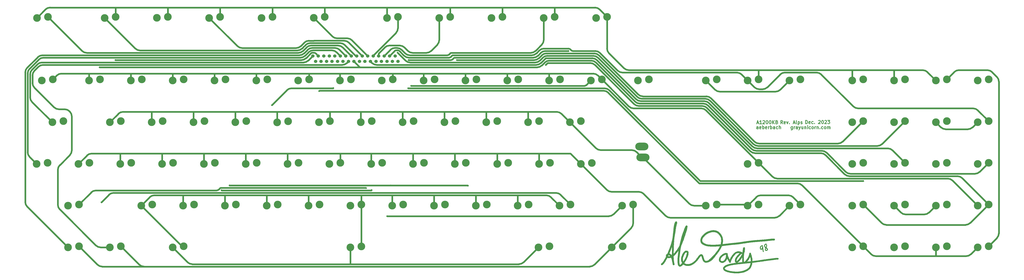
<source format=gbr>
%TF.GenerationSoftware,KiCad,Pcbnew,7.99.0-999-ge1db4e0694*%
%TF.CreationDate,2023-12-05T13:45:31-05:00*%
%TF.ProjectId,A1200KB,41313230-304b-4422-9e6b-696361645f70,rev?*%
%TF.SameCoordinates,Original*%
%TF.FileFunction,Copper,L1,Top*%
%TF.FilePolarity,Positive*%
%FSLAX46Y46*%
G04 Gerber Fmt 4.6, Leading zero omitted, Abs format (unit mm)*
G04 Created by KiCad (PCBNEW 7.99.0-999-ge1db4e0694) date 2023-12-05 13:45:31*
%MOMM*%
%LPD*%
G01*
G04 APERTURE LIST*
%ADD10C,0.300000*%
%TA.AperFunction,NonConductor*%
%ADD11C,0.300000*%
%TD*%
%TA.AperFunction,EtchedComponent*%
%ADD12C,0.000000*%
%TD*%
%TA.AperFunction,ComponentPad*%
%ADD13C,3.500000*%
%TD*%
%TA.AperFunction,ComponentPad*%
%ADD14O,6.000000X3.500000*%
%TD*%
%TA.AperFunction,ComponentPad*%
%ADD15C,1.524000*%
%TD*%
%TA.AperFunction,ViaPad*%
%ADD16C,0.800000*%
%TD*%
%TA.AperFunction,Conductor*%
%ADD17C,0.800000*%
%TD*%
G04 APERTURE END LIST*
D10*
D11*
X402525550Y-131231578D02*
X402525550Y-132445864D01*
X402525550Y-132445864D02*
X402454121Y-132588721D01*
X402454121Y-132588721D02*
X402382692Y-132660150D01*
X402382692Y-132660150D02*
X402239835Y-132731578D01*
X402239835Y-132731578D02*
X402025550Y-132731578D01*
X402025550Y-132731578D02*
X401882692Y-132660150D01*
X402525550Y-132160150D02*
X402382692Y-132231578D01*
X402382692Y-132231578D02*
X402096978Y-132231578D01*
X402096978Y-132231578D02*
X401954121Y-132160150D01*
X401954121Y-132160150D02*
X401882692Y-132088721D01*
X401882692Y-132088721D02*
X401811264Y-131945864D01*
X401811264Y-131945864D02*
X401811264Y-131517292D01*
X401811264Y-131517292D02*
X401882692Y-131374435D01*
X401882692Y-131374435D02*
X401954121Y-131303007D01*
X401954121Y-131303007D02*
X402096978Y-131231578D01*
X402096978Y-131231578D02*
X402382692Y-131231578D01*
X402382692Y-131231578D02*
X402525550Y-131303007D01*
X403239835Y-132231578D02*
X403239835Y-131231578D01*
X403239835Y-131517292D02*
X403311264Y-131374435D01*
X403311264Y-131374435D02*
X403382693Y-131303007D01*
X403382693Y-131303007D02*
X403525550Y-131231578D01*
X403525550Y-131231578D02*
X403668407Y-131231578D01*
X404811264Y-132231578D02*
X404811264Y-131445864D01*
X404811264Y-131445864D02*
X404739835Y-131303007D01*
X404739835Y-131303007D02*
X404596978Y-131231578D01*
X404596978Y-131231578D02*
X404311264Y-131231578D01*
X404311264Y-131231578D02*
X404168406Y-131303007D01*
X404811264Y-132160150D02*
X404668406Y-132231578D01*
X404668406Y-132231578D02*
X404311264Y-132231578D01*
X404311264Y-132231578D02*
X404168406Y-132160150D01*
X404168406Y-132160150D02*
X404096978Y-132017292D01*
X404096978Y-132017292D02*
X404096978Y-131874435D01*
X404096978Y-131874435D02*
X404168406Y-131731578D01*
X404168406Y-131731578D02*
X404311264Y-131660150D01*
X404311264Y-131660150D02*
X404668406Y-131660150D01*
X404668406Y-131660150D02*
X404811264Y-131588721D01*
X405382692Y-131231578D02*
X405739835Y-132231578D01*
X406096978Y-131231578D02*
X405739835Y-132231578D01*
X405739835Y-132231578D02*
X405596978Y-132588721D01*
X405596978Y-132588721D02*
X405525549Y-132660150D01*
X405525549Y-132660150D02*
X405382692Y-132731578D01*
X407311264Y-131231578D02*
X407311264Y-132231578D01*
X406668406Y-131231578D02*
X406668406Y-132017292D01*
X406668406Y-132017292D02*
X406739835Y-132160150D01*
X406739835Y-132160150D02*
X406882692Y-132231578D01*
X406882692Y-132231578D02*
X407096978Y-132231578D01*
X407096978Y-132231578D02*
X407239835Y-132160150D01*
X407239835Y-132160150D02*
X407311264Y-132088721D01*
X408025549Y-131231578D02*
X408025549Y-132231578D01*
X408025549Y-131374435D02*
X408096978Y-131303007D01*
X408096978Y-131303007D02*
X408239835Y-131231578D01*
X408239835Y-131231578D02*
X408454121Y-131231578D01*
X408454121Y-131231578D02*
X408596978Y-131303007D01*
X408596978Y-131303007D02*
X408668407Y-131445864D01*
X408668407Y-131445864D02*
X408668407Y-132231578D01*
X409382692Y-132231578D02*
X409382692Y-131231578D01*
X409382692Y-130731578D02*
X409311264Y-130803007D01*
X409311264Y-130803007D02*
X409382692Y-130874435D01*
X409382692Y-130874435D02*
X409454121Y-130803007D01*
X409454121Y-130803007D02*
X409382692Y-130731578D01*
X409382692Y-130731578D02*
X409382692Y-130874435D01*
X410739836Y-132160150D02*
X410596978Y-132231578D01*
X410596978Y-132231578D02*
X410311264Y-132231578D01*
X410311264Y-132231578D02*
X410168407Y-132160150D01*
X410168407Y-132160150D02*
X410096978Y-132088721D01*
X410096978Y-132088721D02*
X410025550Y-131945864D01*
X410025550Y-131945864D02*
X410025550Y-131517292D01*
X410025550Y-131517292D02*
X410096978Y-131374435D01*
X410096978Y-131374435D02*
X410168407Y-131303007D01*
X410168407Y-131303007D02*
X410311264Y-131231578D01*
X410311264Y-131231578D02*
X410596978Y-131231578D01*
X410596978Y-131231578D02*
X410739836Y-131303007D01*
X411596978Y-132231578D02*
X411454121Y-132160150D01*
X411454121Y-132160150D02*
X411382692Y-132088721D01*
X411382692Y-132088721D02*
X411311264Y-131945864D01*
X411311264Y-131945864D02*
X411311264Y-131517292D01*
X411311264Y-131517292D02*
X411382692Y-131374435D01*
X411382692Y-131374435D02*
X411454121Y-131303007D01*
X411454121Y-131303007D02*
X411596978Y-131231578D01*
X411596978Y-131231578D02*
X411811264Y-131231578D01*
X411811264Y-131231578D02*
X411954121Y-131303007D01*
X411954121Y-131303007D02*
X412025550Y-131374435D01*
X412025550Y-131374435D02*
X412096978Y-131517292D01*
X412096978Y-131517292D02*
X412096978Y-131945864D01*
X412096978Y-131945864D02*
X412025550Y-132088721D01*
X412025550Y-132088721D02*
X411954121Y-132160150D01*
X411954121Y-132160150D02*
X411811264Y-132231578D01*
X411811264Y-132231578D02*
X411596978Y-132231578D01*
X412739835Y-132231578D02*
X412739835Y-131231578D01*
X412739835Y-131517292D02*
X412811264Y-131374435D01*
X412811264Y-131374435D02*
X412882693Y-131303007D01*
X412882693Y-131303007D02*
X413025550Y-131231578D01*
X413025550Y-131231578D02*
X413168407Y-131231578D01*
X413668406Y-131231578D02*
X413668406Y-132231578D01*
X413668406Y-131374435D02*
X413739835Y-131303007D01*
X413739835Y-131303007D02*
X413882692Y-131231578D01*
X413882692Y-131231578D02*
X414096978Y-131231578D01*
X414096978Y-131231578D02*
X414239835Y-131303007D01*
X414239835Y-131303007D02*
X414311264Y-131445864D01*
X414311264Y-131445864D02*
X414311264Y-132231578D01*
X415025549Y-132088721D02*
X415096978Y-132160150D01*
X415096978Y-132160150D02*
X415025549Y-132231578D01*
X415025549Y-132231578D02*
X414954121Y-132160150D01*
X414954121Y-132160150D02*
X415025549Y-132088721D01*
X415025549Y-132088721D02*
X415025549Y-132231578D01*
X416382693Y-132160150D02*
X416239835Y-132231578D01*
X416239835Y-132231578D02*
X415954121Y-132231578D01*
X415954121Y-132231578D02*
X415811264Y-132160150D01*
X415811264Y-132160150D02*
X415739835Y-132088721D01*
X415739835Y-132088721D02*
X415668407Y-131945864D01*
X415668407Y-131945864D02*
X415668407Y-131517292D01*
X415668407Y-131517292D02*
X415739835Y-131374435D01*
X415739835Y-131374435D02*
X415811264Y-131303007D01*
X415811264Y-131303007D02*
X415954121Y-131231578D01*
X415954121Y-131231578D02*
X416239835Y-131231578D01*
X416239835Y-131231578D02*
X416382693Y-131303007D01*
X417239835Y-132231578D02*
X417096978Y-132160150D01*
X417096978Y-132160150D02*
X417025549Y-132088721D01*
X417025549Y-132088721D02*
X416954121Y-131945864D01*
X416954121Y-131945864D02*
X416954121Y-131517292D01*
X416954121Y-131517292D02*
X417025549Y-131374435D01*
X417025549Y-131374435D02*
X417096978Y-131303007D01*
X417096978Y-131303007D02*
X417239835Y-131231578D01*
X417239835Y-131231578D02*
X417454121Y-131231578D01*
X417454121Y-131231578D02*
X417596978Y-131303007D01*
X417596978Y-131303007D02*
X417668407Y-131374435D01*
X417668407Y-131374435D02*
X417739835Y-131517292D01*
X417739835Y-131517292D02*
X417739835Y-131945864D01*
X417739835Y-131945864D02*
X417668407Y-132088721D01*
X417668407Y-132088721D02*
X417596978Y-132160150D01*
X417596978Y-132160150D02*
X417454121Y-132231578D01*
X417454121Y-132231578D02*
X417239835Y-132231578D01*
X418382692Y-132231578D02*
X418382692Y-131231578D01*
X418382692Y-131374435D02*
X418454121Y-131303007D01*
X418454121Y-131303007D02*
X418596978Y-131231578D01*
X418596978Y-131231578D02*
X418811264Y-131231578D01*
X418811264Y-131231578D02*
X418954121Y-131303007D01*
X418954121Y-131303007D02*
X419025550Y-131445864D01*
X419025550Y-131445864D02*
X419025550Y-132231578D01*
X419025550Y-131445864D02*
X419096978Y-131303007D01*
X419096978Y-131303007D02*
X419239835Y-131231578D01*
X419239835Y-131231578D02*
X419454121Y-131231578D01*
X419454121Y-131231578D02*
X419596978Y-131303007D01*
X419596978Y-131303007D02*
X419668407Y-131445864D01*
X419668407Y-131445864D02*
X419668407Y-132231578D01*
D10*
D11*
X386312965Y-129517007D02*
X387027251Y-129517007D01*
X386170108Y-129945578D02*
X386670108Y-128445578D01*
X386670108Y-128445578D02*
X387170108Y-129945578D01*
X388455822Y-129945578D02*
X387598679Y-129945578D01*
X388027250Y-129945578D02*
X388027250Y-128445578D01*
X388027250Y-128445578D02*
X387884393Y-128659864D01*
X387884393Y-128659864D02*
X387741536Y-128802721D01*
X387741536Y-128802721D02*
X387598679Y-128874150D01*
X389027250Y-128588435D02*
X389098678Y-128517007D01*
X389098678Y-128517007D02*
X389241536Y-128445578D01*
X389241536Y-128445578D02*
X389598678Y-128445578D01*
X389598678Y-128445578D02*
X389741536Y-128517007D01*
X389741536Y-128517007D02*
X389812964Y-128588435D01*
X389812964Y-128588435D02*
X389884393Y-128731292D01*
X389884393Y-128731292D02*
X389884393Y-128874150D01*
X389884393Y-128874150D02*
X389812964Y-129088435D01*
X389812964Y-129088435D02*
X388955821Y-129945578D01*
X388955821Y-129945578D02*
X389884393Y-129945578D01*
X390812964Y-128445578D02*
X390955821Y-128445578D01*
X390955821Y-128445578D02*
X391098678Y-128517007D01*
X391098678Y-128517007D02*
X391170107Y-128588435D01*
X391170107Y-128588435D02*
X391241535Y-128731292D01*
X391241535Y-128731292D02*
X391312964Y-129017007D01*
X391312964Y-129017007D02*
X391312964Y-129374150D01*
X391312964Y-129374150D02*
X391241535Y-129659864D01*
X391241535Y-129659864D02*
X391170107Y-129802721D01*
X391170107Y-129802721D02*
X391098678Y-129874150D01*
X391098678Y-129874150D02*
X390955821Y-129945578D01*
X390955821Y-129945578D02*
X390812964Y-129945578D01*
X390812964Y-129945578D02*
X390670107Y-129874150D01*
X390670107Y-129874150D02*
X390598678Y-129802721D01*
X390598678Y-129802721D02*
X390527249Y-129659864D01*
X390527249Y-129659864D02*
X390455821Y-129374150D01*
X390455821Y-129374150D02*
X390455821Y-129017007D01*
X390455821Y-129017007D02*
X390527249Y-128731292D01*
X390527249Y-128731292D02*
X390598678Y-128588435D01*
X390598678Y-128588435D02*
X390670107Y-128517007D01*
X390670107Y-128517007D02*
X390812964Y-128445578D01*
X392241535Y-128445578D02*
X392384392Y-128445578D01*
X392384392Y-128445578D02*
X392527249Y-128517007D01*
X392527249Y-128517007D02*
X392598678Y-128588435D01*
X392598678Y-128588435D02*
X392670106Y-128731292D01*
X392670106Y-128731292D02*
X392741535Y-129017007D01*
X392741535Y-129017007D02*
X392741535Y-129374150D01*
X392741535Y-129374150D02*
X392670106Y-129659864D01*
X392670106Y-129659864D02*
X392598678Y-129802721D01*
X392598678Y-129802721D02*
X392527249Y-129874150D01*
X392527249Y-129874150D02*
X392384392Y-129945578D01*
X392384392Y-129945578D02*
X392241535Y-129945578D01*
X392241535Y-129945578D02*
X392098678Y-129874150D01*
X392098678Y-129874150D02*
X392027249Y-129802721D01*
X392027249Y-129802721D02*
X391955820Y-129659864D01*
X391955820Y-129659864D02*
X391884392Y-129374150D01*
X391884392Y-129374150D02*
X391884392Y-129017007D01*
X391884392Y-129017007D02*
X391955820Y-128731292D01*
X391955820Y-128731292D02*
X392027249Y-128588435D01*
X392027249Y-128588435D02*
X392098678Y-128517007D01*
X392098678Y-128517007D02*
X392241535Y-128445578D01*
X393384391Y-129945578D02*
X393384391Y-128445578D01*
X394241534Y-129945578D02*
X393598677Y-129088435D01*
X394241534Y-128445578D02*
X393384391Y-129302721D01*
X395384391Y-129159864D02*
X395598677Y-129231292D01*
X395598677Y-129231292D02*
X395670106Y-129302721D01*
X395670106Y-129302721D02*
X395741534Y-129445578D01*
X395741534Y-129445578D02*
X395741534Y-129659864D01*
X395741534Y-129659864D02*
X395670106Y-129802721D01*
X395670106Y-129802721D02*
X395598677Y-129874150D01*
X395598677Y-129874150D02*
X395455820Y-129945578D01*
X395455820Y-129945578D02*
X394884391Y-129945578D01*
X394884391Y-129945578D02*
X394884391Y-128445578D01*
X394884391Y-128445578D02*
X395384391Y-128445578D01*
X395384391Y-128445578D02*
X395527249Y-128517007D01*
X395527249Y-128517007D02*
X395598677Y-128588435D01*
X395598677Y-128588435D02*
X395670106Y-128731292D01*
X395670106Y-128731292D02*
X395670106Y-128874150D01*
X395670106Y-128874150D02*
X395598677Y-129017007D01*
X395598677Y-129017007D02*
X395527249Y-129088435D01*
X395527249Y-129088435D02*
X395384391Y-129159864D01*
X395384391Y-129159864D02*
X394884391Y-129159864D01*
D10*
D11*
X408486265Y-129894778D02*
X408486265Y-128394778D01*
X408486265Y-128394778D02*
X408843408Y-128394778D01*
X408843408Y-128394778D02*
X409057694Y-128466207D01*
X409057694Y-128466207D02*
X409200551Y-128609064D01*
X409200551Y-128609064D02*
X409271980Y-128751921D01*
X409271980Y-128751921D02*
X409343408Y-129037635D01*
X409343408Y-129037635D02*
X409343408Y-129251921D01*
X409343408Y-129251921D02*
X409271980Y-129537635D01*
X409271980Y-129537635D02*
X409200551Y-129680492D01*
X409200551Y-129680492D02*
X409057694Y-129823350D01*
X409057694Y-129823350D02*
X408843408Y-129894778D01*
X408843408Y-129894778D02*
X408486265Y-129894778D01*
X410557694Y-129823350D02*
X410414837Y-129894778D01*
X410414837Y-129894778D02*
X410129123Y-129894778D01*
X410129123Y-129894778D02*
X409986265Y-129823350D01*
X409986265Y-129823350D02*
X409914837Y-129680492D01*
X409914837Y-129680492D02*
X409914837Y-129109064D01*
X409914837Y-129109064D02*
X409986265Y-128966207D01*
X409986265Y-128966207D02*
X410129123Y-128894778D01*
X410129123Y-128894778D02*
X410414837Y-128894778D01*
X410414837Y-128894778D02*
X410557694Y-128966207D01*
X410557694Y-128966207D02*
X410629123Y-129109064D01*
X410629123Y-129109064D02*
X410629123Y-129251921D01*
X410629123Y-129251921D02*
X409914837Y-129394778D01*
X411914837Y-129823350D02*
X411771979Y-129894778D01*
X411771979Y-129894778D02*
X411486265Y-129894778D01*
X411486265Y-129894778D02*
X411343408Y-129823350D01*
X411343408Y-129823350D02*
X411271979Y-129751921D01*
X411271979Y-129751921D02*
X411200551Y-129609064D01*
X411200551Y-129609064D02*
X411200551Y-129180492D01*
X411200551Y-129180492D02*
X411271979Y-129037635D01*
X411271979Y-129037635D02*
X411343408Y-128966207D01*
X411343408Y-128966207D02*
X411486265Y-128894778D01*
X411486265Y-128894778D02*
X411771979Y-128894778D01*
X411771979Y-128894778D02*
X411914837Y-128966207D01*
X412557693Y-129751921D02*
X412629122Y-129823350D01*
X412629122Y-129823350D02*
X412557693Y-129894778D01*
X412557693Y-129894778D02*
X412486265Y-129823350D01*
X412486265Y-129823350D02*
X412557693Y-129751921D01*
X412557693Y-129751921D02*
X412557693Y-129894778D01*
X414343408Y-128537635D02*
X414414836Y-128466207D01*
X414414836Y-128466207D02*
X414557694Y-128394778D01*
X414557694Y-128394778D02*
X414914836Y-128394778D01*
X414914836Y-128394778D02*
X415057694Y-128466207D01*
X415057694Y-128466207D02*
X415129122Y-128537635D01*
X415129122Y-128537635D02*
X415200551Y-128680492D01*
X415200551Y-128680492D02*
X415200551Y-128823350D01*
X415200551Y-128823350D02*
X415129122Y-129037635D01*
X415129122Y-129037635D02*
X414271979Y-129894778D01*
X414271979Y-129894778D02*
X415200551Y-129894778D01*
X416129122Y-128394778D02*
X416271979Y-128394778D01*
X416271979Y-128394778D02*
X416414836Y-128466207D01*
X416414836Y-128466207D02*
X416486265Y-128537635D01*
X416486265Y-128537635D02*
X416557693Y-128680492D01*
X416557693Y-128680492D02*
X416629122Y-128966207D01*
X416629122Y-128966207D02*
X416629122Y-129323350D01*
X416629122Y-129323350D02*
X416557693Y-129609064D01*
X416557693Y-129609064D02*
X416486265Y-129751921D01*
X416486265Y-129751921D02*
X416414836Y-129823350D01*
X416414836Y-129823350D02*
X416271979Y-129894778D01*
X416271979Y-129894778D02*
X416129122Y-129894778D01*
X416129122Y-129894778D02*
X415986265Y-129823350D01*
X415986265Y-129823350D02*
X415914836Y-129751921D01*
X415914836Y-129751921D02*
X415843407Y-129609064D01*
X415843407Y-129609064D02*
X415771979Y-129323350D01*
X415771979Y-129323350D02*
X415771979Y-128966207D01*
X415771979Y-128966207D02*
X415843407Y-128680492D01*
X415843407Y-128680492D02*
X415914836Y-128537635D01*
X415914836Y-128537635D02*
X415986265Y-128466207D01*
X415986265Y-128466207D02*
X416129122Y-128394778D01*
X417200550Y-128537635D02*
X417271978Y-128466207D01*
X417271978Y-128466207D02*
X417414836Y-128394778D01*
X417414836Y-128394778D02*
X417771978Y-128394778D01*
X417771978Y-128394778D02*
X417914836Y-128466207D01*
X417914836Y-128466207D02*
X417986264Y-128537635D01*
X417986264Y-128537635D02*
X418057693Y-128680492D01*
X418057693Y-128680492D02*
X418057693Y-128823350D01*
X418057693Y-128823350D02*
X417986264Y-129037635D01*
X417986264Y-129037635D02*
X417129121Y-129894778D01*
X417129121Y-129894778D02*
X418057693Y-129894778D01*
X418557692Y-128394778D02*
X419486264Y-128394778D01*
X419486264Y-128394778D02*
X418986264Y-128966207D01*
X418986264Y-128966207D02*
X419200549Y-128966207D01*
X419200549Y-128966207D02*
X419343407Y-129037635D01*
X419343407Y-129037635D02*
X419414835Y-129109064D01*
X419414835Y-129109064D02*
X419486264Y-129251921D01*
X419486264Y-129251921D02*
X419486264Y-129609064D01*
X419486264Y-129609064D02*
X419414835Y-129751921D01*
X419414835Y-129751921D02*
X419343407Y-129823350D01*
X419343407Y-129823350D02*
X419200549Y-129894778D01*
X419200549Y-129894778D02*
X418771978Y-129894778D01*
X418771978Y-129894778D02*
X418629121Y-129823350D01*
X418629121Y-129823350D02*
X418557692Y-129751921D01*
D10*
D11*
X398044300Y-129945578D02*
X397544300Y-129231292D01*
X397187157Y-129945578D02*
X397187157Y-128445578D01*
X397187157Y-128445578D02*
X397758586Y-128445578D01*
X397758586Y-128445578D02*
X397901443Y-128517007D01*
X397901443Y-128517007D02*
X397972872Y-128588435D01*
X397972872Y-128588435D02*
X398044300Y-128731292D01*
X398044300Y-128731292D02*
X398044300Y-128945578D01*
X398044300Y-128945578D02*
X397972872Y-129088435D01*
X397972872Y-129088435D02*
X397901443Y-129159864D01*
X397901443Y-129159864D02*
X397758586Y-129231292D01*
X397758586Y-129231292D02*
X397187157Y-129231292D01*
X399258586Y-129874150D02*
X399115729Y-129945578D01*
X399115729Y-129945578D02*
X398830015Y-129945578D01*
X398830015Y-129945578D02*
X398687157Y-129874150D01*
X398687157Y-129874150D02*
X398615729Y-129731292D01*
X398615729Y-129731292D02*
X398615729Y-129159864D01*
X398615729Y-129159864D02*
X398687157Y-129017007D01*
X398687157Y-129017007D02*
X398830015Y-128945578D01*
X398830015Y-128945578D02*
X399115729Y-128945578D01*
X399115729Y-128945578D02*
X399258586Y-129017007D01*
X399258586Y-129017007D02*
X399330015Y-129159864D01*
X399330015Y-129159864D02*
X399330015Y-129302721D01*
X399330015Y-129302721D02*
X398615729Y-129445578D01*
X399830014Y-128945578D02*
X400187157Y-129945578D01*
X400187157Y-129945578D02*
X400544300Y-128945578D01*
X401115728Y-129802721D02*
X401187157Y-129874150D01*
X401187157Y-129874150D02*
X401115728Y-129945578D01*
X401115728Y-129945578D02*
X401044300Y-129874150D01*
X401044300Y-129874150D02*
X401115728Y-129802721D01*
X401115728Y-129802721D02*
X401115728Y-129945578D01*
X402901443Y-129517007D02*
X403615729Y-129517007D01*
X402758586Y-129945578D02*
X403258586Y-128445578D01*
X403258586Y-128445578D02*
X403758586Y-129945578D01*
X404472871Y-129945578D02*
X404330014Y-129874150D01*
X404330014Y-129874150D02*
X404258585Y-129731292D01*
X404258585Y-129731292D02*
X404258585Y-128445578D01*
X405044299Y-128945578D02*
X405044299Y-130445578D01*
X405044299Y-129017007D02*
X405187157Y-128945578D01*
X405187157Y-128945578D02*
X405472871Y-128945578D01*
X405472871Y-128945578D02*
X405615728Y-129017007D01*
X405615728Y-129017007D02*
X405687157Y-129088435D01*
X405687157Y-129088435D02*
X405758585Y-129231292D01*
X405758585Y-129231292D02*
X405758585Y-129659864D01*
X405758585Y-129659864D02*
X405687157Y-129802721D01*
X405687157Y-129802721D02*
X405615728Y-129874150D01*
X405615728Y-129874150D02*
X405472871Y-129945578D01*
X405472871Y-129945578D02*
X405187157Y-129945578D01*
X405187157Y-129945578D02*
X405044299Y-129874150D01*
X406330014Y-129874150D02*
X406472871Y-129945578D01*
X406472871Y-129945578D02*
X406758585Y-129945578D01*
X406758585Y-129945578D02*
X406901442Y-129874150D01*
X406901442Y-129874150D02*
X406972871Y-129731292D01*
X406972871Y-129731292D02*
X406972871Y-129659864D01*
X406972871Y-129659864D02*
X406901442Y-129517007D01*
X406901442Y-129517007D02*
X406758585Y-129445578D01*
X406758585Y-129445578D02*
X406544300Y-129445578D01*
X406544300Y-129445578D02*
X406401442Y-129374150D01*
X406401442Y-129374150D02*
X406330014Y-129231292D01*
X406330014Y-129231292D02*
X406330014Y-129159864D01*
X406330014Y-129159864D02*
X406401442Y-129017007D01*
X406401442Y-129017007D02*
X406544300Y-128945578D01*
X406544300Y-128945578D02*
X406758585Y-128945578D01*
X406758585Y-128945578D02*
X406901442Y-129017007D01*
D10*
D11*
X386876536Y-132231578D02*
X386876536Y-131445864D01*
X386876536Y-131445864D02*
X386805107Y-131303007D01*
X386805107Y-131303007D02*
X386662250Y-131231578D01*
X386662250Y-131231578D02*
X386376536Y-131231578D01*
X386376536Y-131231578D02*
X386233678Y-131303007D01*
X386876536Y-132160150D02*
X386733678Y-132231578D01*
X386733678Y-132231578D02*
X386376536Y-132231578D01*
X386376536Y-132231578D02*
X386233678Y-132160150D01*
X386233678Y-132160150D02*
X386162250Y-132017292D01*
X386162250Y-132017292D02*
X386162250Y-131874435D01*
X386162250Y-131874435D02*
X386233678Y-131731578D01*
X386233678Y-131731578D02*
X386376536Y-131660150D01*
X386376536Y-131660150D02*
X386733678Y-131660150D01*
X386733678Y-131660150D02*
X386876536Y-131588721D01*
X388162250Y-132160150D02*
X388019393Y-132231578D01*
X388019393Y-132231578D02*
X387733679Y-132231578D01*
X387733679Y-132231578D02*
X387590821Y-132160150D01*
X387590821Y-132160150D02*
X387519393Y-132017292D01*
X387519393Y-132017292D02*
X387519393Y-131445864D01*
X387519393Y-131445864D02*
X387590821Y-131303007D01*
X387590821Y-131303007D02*
X387733679Y-131231578D01*
X387733679Y-131231578D02*
X388019393Y-131231578D01*
X388019393Y-131231578D02*
X388162250Y-131303007D01*
X388162250Y-131303007D02*
X388233679Y-131445864D01*
X388233679Y-131445864D02*
X388233679Y-131588721D01*
X388233679Y-131588721D02*
X387519393Y-131731578D01*
X388876535Y-132231578D02*
X388876535Y-130731578D01*
X388876535Y-131303007D02*
X389019393Y-131231578D01*
X389019393Y-131231578D02*
X389305107Y-131231578D01*
X389305107Y-131231578D02*
X389447964Y-131303007D01*
X389447964Y-131303007D02*
X389519393Y-131374435D01*
X389519393Y-131374435D02*
X389590821Y-131517292D01*
X389590821Y-131517292D02*
X389590821Y-131945864D01*
X389590821Y-131945864D02*
X389519393Y-132088721D01*
X389519393Y-132088721D02*
X389447964Y-132160150D01*
X389447964Y-132160150D02*
X389305107Y-132231578D01*
X389305107Y-132231578D02*
X389019393Y-132231578D01*
X389019393Y-132231578D02*
X388876535Y-132160150D01*
X390805107Y-132160150D02*
X390662250Y-132231578D01*
X390662250Y-132231578D02*
X390376536Y-132231578D01*
X390376536Y-132231578D02*
X390233678Y-132160150D01*
X390233678Y-132160150D02*
X390162250Y-132017292D01*
X390162250Y-132017292D02*
X390162250Y-131445864D01*
X390162250Y-131445864D02*
X390233678Y-131303007D01*
X390233678Y-131303007D02*
X390376536Y-131231578D01*
X390376536Y-131231578D02*
X390662250Y-131231578D01*
X390662250Y-131231578D02*
X390805107Y-131303007D01*
X390805107Y-131303007D02*
X390876536Y-131445864D01*
X390876536Y-131445864D02*
X390876536Y-131588721D01*
X390876536Y-131588721D02*
X390162250Y-131731578D01*
X391519392Y-132231578D02*
X391519392Y-131231578D01*
X391519392Y-131517292D02*
X391590821Y-131374435D01*
X391590821Y-131374435D02*
X391662250Y-131303007D01*
X391662250Y-131303007D02*
X391805107Y-131231578D01*
X391805107Y-131231578D02*
X391947964Y-131231578D01*
X392447963Y-132231578D02*
X392447963Y-130731578D01*
X392447963Y-131303007D02*
X392590821Y-131231578D01*
X392590821Y-131231578D02*
X392876535Y-131231578D01*
X392876535Y-131231578D02*
X393019392Y-131303007D01*
X393019392Y-131303007D02*
X393090821Y-131374435D01*
X393090821Y-131374435D02*
X393162249Y-131517292D01*
X393162249Y-131517292D02*
X393162249Y-131945864D01*
X393162249Y-131945864D02*
X393090821Y-132088721D01*
X393090821Y-132088721D02*
X393019392Y-132160150D01*
X393019392Y-132160150D02*
X392876535Y-132231578D01*
X392876535Y-132231578D02*
X392590821Y-132231578D01*
X392590821Y-132231578D02*
X392447963Y-132160150D01*
X394447964Y-132231578D02*
X394447964Y-131445864D01*
X394447964Y-131445864D02*
X394376535Y-131303007D01*
X394376535Y-131303007D02*
X394233678Y-131231578D01*
X394233678Y-131231578D02*
X393947964Y-131231578D01*
X393947964Y-131231578D02*
X393805106Y-131303007D01*
X394447964Y-132160150D02*
X394305106Y-132231578D01*
X394305106Y-132231578D02*
X393947964Y-132231578D01*
X393947964Y-132231578D02*
X393805106Y-132160150D01*
X393805106Y-132160150D02*
X393733678Y-132017292D01*
X393733678Y-132017292D02*
X393733678Y-131874435D01*
X393733678Y-131874435D02*
X393805106Y-131731578D01*
X393805106Y-131731578D02*
X393947964Y-131660150D01*
X393947964Y-131660150D02*
X394305106Y-131660150D01*
X394305106Y-131660150D02*
X394447964Y-131588721D01*
X395805107Y-132160150D02*
X395662249Y-132231578D01*
X395662249Y-132231578D02*
X395376535Y-132231578D01*
X395376535Y-132231578D02*
X395233678Y-132160150D01*
X395233678Y-132160150D02*
X395162249Y-132088721D01*
X395162249Y-132088721D02*
X395090821Y-131945864D01*
X395090821Y-131945864D02*
X395090821Y-131517292D01*
X395090821Y-131517292D02*
X395162249Y-131374435D01*
X395162249Y-131374435D02*
X395233678Y-131303007D01*
X395233678Y-131303007D02*
X395376535Y-131231578D01*
X395376535Y-131231578D02*
X395662249Y-131231578D01*
X395662249Y-131231578D02*
X395805107Y-131303007D01*
X396447963Y-132231578D02*
X396447963Y-130731578D01*
X397090821Y-132231578D02*
X397090821Y-131445864D01*
X397090821Y-131445864D02*
X397019392Y-131303007D01*
X397019392Y-131303007D02*
X396876535Y-131231578D01*
X396876535Y-131231578D02*
X396662249Y-131231578D01*
X396662249Y-131231578D02*
X396519392Y-131303007D01*
X396519392Y-131303007D02*
X396447963Y-131374435D01*
D12*
%TA.AperFunction,EtchedComponent*%
%TO.C,G\u002A\u002A\u002A*%
G36*
X388762309Y-185378238D02*
G01*
X388864617Y-185400226D01*
X388963396Y-185442372D01*
X389040966Y-185500107D01*
X389094986Y-185568430D01*
X389123117Y-185642340D01*
X389123016Y-185716836D01*
X389092345Y-185786917D01*
X389061815Y-185821566D01*
X389014403Y-185865505D01*
X389054039Y-185893267D01*
X389087719Y-185923116D01*
X389112689Y-185962598D01*
X389130633Y-186017717D01*
X389143236Y-186094479D01*
X389152182Y-186198888D01*
X389155359Y-186254470D01*
X389174558Y-186581548D01*
X389196967Y-186876055D01*
X389223070Y-187141601D01*
X389253356Y-187381797D01*
X389288310Y-187600254D01*
X389328419Y-187800585D01*
X389374169Y-187986399D01*
X389401742Y-188083145D01*
X389430430Y-188183084D01*
X389447579Y-188256164D01*
X389453760Y-188309733D01*
X389449542Y-188351135D01*
X389435498Y-188387719D01*
X389426652Y-188403676D01*
X389369418Y-188469800D01*
X389297935Y-188504621D01*
X389218393Y-188506821D01*
X389136980Y-188475078D01*
X389125787Y-188467851D01*
X389095267Y-188444445D01*
X389071311Y-188416988D01*
X389049880Y-188377965D01*
X389026934Y-188319862D01*
X388998432Y-188235165D01*
X388995038Y-188224689D01*
X388939283Y-188030445D01*
X388887992Y-187808407D01*
X388842935Y-187566968D01*
X388810271Y-187348331D01*
X388779730Y-187117763D01*
X388711011Y-187213728D01*
X388616528Y-187322252D01*
X388510077Y-187403833D01*
X388396275Y-187456793D01*
X388279740Y-187479456D01*
X388165090Y-187470145D01*
X388083808Y-187441505D01*
X387991435Y-187380141D01*
X387901411Y-187289776D01*
X387818805Y-187177592D01*
X387748683Y-187050771D01*
X387696114Y-186916495D01*
X387684412Y-186875403D01*
X387663835Y-186757770D01*
X387655305Y-186620095D01*
X387656832Y-186556955D01*
X388082929Y-186556955D01*
X388087235Y-186698378D01*
X388118468Y-186827035D01*
X388123980Y-186840915D01*
X388153921Y-186902489D01*
X388189932Y-186961835D01*
X388225906Y-187010299D01*
X388255741Y-187039230D01*
X388267041Y-187043684D01*
X388292496Y-187031447D01*
X388327968Y-187001262D01*
X388335221Y-186993791D01*
X388407407Y-186903680D01*
X388475016Y-186791026D01*
X388539186Y-186653083D01*
X388601055Y-186487106D01*
X388661761Y-186290352D01*
X388722444Y-186060074D01*
X388722451Y-186060045D01*
X388742775Y-185988850D01*
X388764317Y-185943440D01*
X388792567Y-185913569D01*
X388805816Y-185904404D01*
X388859179Y-185870616D01*
X388786446Y-185837818D01*
X388698325Y-185813747D01*
X388647170Y-185815818D01*
X388573504Y-185838930D01*
X388486938Y-185883306D01*
X388398021Y-185942515D01*
X388317303Y-186010131D01*
X388299553Y-186027684D01*
X388213862Y-186138129D01*
X388148014Y-186268626D01*
X388103779Y-186410969D01*
X388082929Y-186556955D01*
X387656832Y-186556955D01*
X387658776Y-186476551D01*
X387674205Y-186341307D01*
X387686279Y-186281684D01*
X387749422Y-186093672D01*
X387843655Y-185917787D01*
X387964988Y-185759157D01*
X388109432Y-185622912D01*
X388272997Y-185514182D01*
X388290415Y-185504934D01*
X388430627Y-185438422D01*
X388551527Y-185395953D01*
X388659845Y-185376301D01*
X388762309Y-185378238D01*
G37*
%TD.AperFunction*%
%TA.AperFunction,EtchedComponent*%
G36*
X390574026Y-184692364D02*
G01*
X390645645Y-184702182D01*
X390696326Y-184721638D01*
X390733600Y-184753261D01*
X390756031Y-184784452D01*
X390781963Y-184858682D01*
X390776658Y-184939945D01*
X390746718Y-185008474D01*
X390734341Y-185034195D01*
X390742654Y-185053190D01*
X390777257Y-185075497D01*
X390787081Y-185080839D01*
X390828783Y-185109347D01*
X390859902Y-185147556D01*
X390882906Y-185201739D01*
X390900263Y-185278175D01*
X390914440Y-185383139D01*
X390917592Y-185412763D01*
X390925078Y-185661342D01*
X390896929Y-185907514D01*
X390833782Y-186147859D01*
X390738337Y-186374886D01*
X390683919Y-186482687D01*
X390769574Y-186536103D01*
X390832326Y-186574728D01*
X390907872Y-186620519D01*
X390966122Y-186655382D01*
X391096237Y-186750304D01*
X391201044Y-186863679D01*
X391277230Y-186990835D01*
X391321484Y-187127100D01*
X391327563Y-187165131D01*
X391328351Y-187257148D01*
X391313008Y-187365527D01*
X391284494Y-187475770D01*
X391245767Y-187573380D01*
X391243207Y-187578471D01*
X391185666Y-187665304D01*
X391103902Y-187754666D01*
X391007992Y-187837244D01*
X390908011Y-187903726D01*
X390870086Y-187923283D01*
X390748750Y-187965970D01*
X390618297Y-187987798D01*
X390490112Y-187988028D01*
X390375583Y-187965924D01*
X390350721Y-187956943D01*
X390210140Y-187881277D01*
X390090881Y-187776402D01*
X389993614Y-187642946D01*
X389970945Y-187601583D01*
X389940386Y-187536725D01*
X389923601Y-187481474D01*
X389916902Y-187419303D01*
X389916295Y-187356654D01*
X389916365Y-187355905D01*
X390349213Y-187355905D01*
X390357153Y-187404595D01*
X390398451Y-187477627D01*
X390462009Y-187528016D01*
X390540122Y-187553581D01*
X390625085Y-187552142D01*
X390709193Y-187521518D01*
X390728327Y-187509630D01*
X390804283Y-187449645D01*
X390853197Y-187387949D01*
X390883238Y-187314314D01*
X390895500Y-187244392D01*
X390887779Y-187182852D01*
X390857065Y-187125403D01*
X390800347Y-187067751D01*
X390714615Y-187005603D01*
X390630653Y-186954154D01*
X390485506Y-186869326D01*
X390437401Y-186995215D01*
X390386353Y-187143313D01*
X390356928Y-187263695D01*
X390349213Y-187355905D01*
X389916365Y-187355905D01*
X389928416Y-187226838D01*
X389961584Y-187073608D01*
X390014493Y-186902134D01*
X390065309Y-186767220D01*
X390116684Y-186640011D01*
X390000315Y-186533957D01*
X389856988Y-186383469D01*
X389739695Y-186218638D01*
X389652075Y-186045275D01*
X389605721Y-185904066D01*
X389579649Y-185728831D01*
X389582669Y-185605539D01*
X390016512Y-185605539D01*
X390020734Y-185741867D01*
X390049312Y-185870889D01*
X390075152Y-185934200D01*
X390104631Y-185984997D01*
X390146191Y-186044899D01*
X390193829Y-186106611D01*
X390241541Y-186162841D01*
X390283324Y-186206298D01*
X390313175Y-186229687D01*
X390320142Y-186231797D01*
X390333405Y-186216238D01*
X390355735Y-186174883D01*
X390382945Y-186115717D01*
X390391172Y-186096316D01*
X390454137Y-185917138D01*
X390488338Y-185747053D01*
X390495558Y-185575569D01*
X390491449Y-185506083D01*
X390482435Y-185392311D01*
X390477548Y-185308300D01*
X390476747Y-185247767D01*
X390479992Y-185204427D01*
X390487245Y-185171996D01*
X390489302Y-185165904D01*
X390495406Y-185141954D01*
X390486285Y-185129854D01*
X390454252Y-185125578D01*
X390411369Y-185125083D01*
X390304528Y-185136783D01*
X390218289Y-185174284D01*
X390144553Y-185241191D01*
X390141116Y-185245293D01*
X390077589Y-185347993D01*
X390035759Y-185471161D01*
X390016512Y-185605539D01*
X389582669Y-185605539D01*
X389584122Y-185546235D01*
X389617421Y-185364398D01*
X389677829Y-185191437D01*
X389763628Y-185035474D01*
X389800118Y-184985410D01*
X389899173Y-184876012D01*
X390005198Y-184794394D01*
X390124097Y-184737963D01*
X390261775Y-184704127D01*
X390424139Y-184690295D01*
X390473941Y-184689654D01*
X390574026Y-184692364D01*
G37*
%TD.AperFunction*%
%TA.AperFunction,EtchedComponent*%
G36*
X380568189Y-186301089D02*
G01*
X380670039Y-186345791D01*
X380752426Y-186421042D01*
X380800283Y-186494868D01*
X380810877Y-186516508D01*
X380819257Y-186539296D01*
X380825646Y-186567462D01*
X380830268Y-186605235D01*
X380833347Y-186656846D01*
X380835107Y-186726523D01*
X380835771Y-186818496D01*
X380835563Y-186936995D01*
X380834707Y-187086248D01*
X380834348Y-187138940D01*
X380833040Y-187284635D01*
X380831235Y-187423137D01*
X380829045Y-187549054D01*
X380826584Y-187656990D01*
X380823965Y-187741551D01*
X380821301Y-187797342D01*
X380820265Y-187810225D01*
X380791081Y-188030383D01*
X380747094Y-188270948D01*
X380690911Y-188520488D01*
X380625136Y-188767570D01*
X380552373Y-189000764D01*
X380542380Y-189029914D01*
X380516581Y-189105939D01*
X380496955Y-189170009D01*
X380482111Y-189230023D01*
X380470658Y-189293876D01*
X380461204Y-189369467D01*
X380452357Y-189464692D01*
X380442726Y-189587450D01*
X380441675Y-189601414D01*
X380425878Y-189820269D01*
X380412348Y-190027532D01*
X380400820Y-190229569D01*
X380391030Y-190432743D01*
X380382714Y-190643419D01*
X380375609Y-190867961D01*
X380369449Y-191112733D01*
X380363972Y-191384101D01*
X380361294Y-191538583D01*
X380357469Y-191798926D01*
X380355281Y-192025526D01*
X380354865Y-192220894D01*
X380356353Y-192387542D01*
X380359880Y-192527981D01*
X380365580Y-192644722D01*
X380373587Y-192740278D01*
X380384034Y-192817158D01*
X380397056Y-192877875D01*
X380412787Y-192924941D01*
X380431360Y-192960865D01*
X380437648Y-192970040D01*
X380474993Y-192992025D01*
X380533133Y-192984609D01*
X380611813Y-192947948D01*
X380710780Y-192882198D01*
X380741324Y-192857895D01*
X381901729Y-192857895D01*
X381919023Y-192857964D01*
X381967937Y-192854562D01*
X382044018Y-192848143D01*
X382142813Y-192839162D01*
X382259869Y-192828074D01*
X382390734Y-192815334D01*
X382530954Y-192801396D01*
X382676076Y-192786715D01*
X382821648Y-192771746D01*
X382963217Y-192756943D01*
X383096330Y-192742762D01*
X383216534Y-192729656D01*
X383319377Y-192718081D01*
X383400404Y-192708491D01*
X383455164Y-192701341D01*
X383479203Y-192697086D01*
X383479870Y-192696741D01*
X383484449Y-192673784D01*
X383486910Y-192620619D01*
X383487444Y-192543250D01*
X383486240Y-192447680D01*
X383483488Y-192339915D01*
X383479378Y-192225958D01*
X383474100Y-192111813D01*
X383467844Y-192003485D01*
X383460800Y-191906977D01*
X383453157Y-191828293D01*
X383452143Y-191819797D01*
X383432849Y-191685617D01*
X383405504Y-191527399D01*
X383372290Y-191355914D01*
X383335387Y-191181938D01*
X383296978Y-191016242D01*
X383261096Y-190876368D01*
X383219050Y-190722154D01*
X383182714Y-190812868D01*
X383148101Y-190892539D01*
X383098664Y-190997082D01*
X383037812Y-191120000D01*
X382968955Y-191254795D01*
X382895503Y-191394968D01*
X382820867Y-191534021D01*
X382748457Y-191665456D01*
X382681682Y-191782775D01*
X382623953Y-191879479D01*
X382617684Y-191889568D01*
X382526900Y-192030091D01*
X382424501Y-192180488D01*
X382316272Y-192332811D01*
X382207997Y-192479110D01*
X382105460Y-192611437D01*
X382014447Y-192721842D01*
X381999712Y-192738799D01*
X381954505Y-192791155D01*
X381920333Y-192832342D01*
X381902865Y-192855468D01*
X381901729Y-192857895D01*
X380741324Y-192857895D01*
X380829778Y-192787514D01*
X380968554Y-192664052D01*
X381027269Y-192608815D01*
X381313600Y-192312618D01*
X381584505Y-191985420D01*
X381838402Y-191629765D01*
X382073708Y-191248193D01*
X382288841Y-190843247D01*
X382482219Y-190417467D01*
X382631294Y-190032725D01*
X382690038Y-189857210D01*
X382733353Y-189698643D01*
X382764429Y-189542828D01*
X382786457Y-189375569D01*
X382792134Y-189317121D01*
X382804091Y-189202821D01*
X382818170Y-189116710D01*
X382837187Y-189050699D01*
X382863957Y-188996697D01*
X382901295Y-188946615D01*
X382933250Y-188911617D01*
X383022915Y-188842423D01*
X383125472Y-188805231D01*
X383235589Y-188800667D01*
X383347933Y-188829356D01*
X383403456Y-188856470D01*
X383483396Y-188918761D01*
X383544510Y-189005275D01*
X383589740Y-189120465D01*
X383598146Y-189151252D01*
X383610305Y-189196372D01*
X383631259Y-189271300D01*
X383659574Y-189371029D01*
X383693818Y-189490552D01*
X383732557Y-189624863D01*
X383774359Y-189768955D01*
X383805846Y-189876966D01*
X383896574Y-190191707D01*
X383975694Y-190475859D01*
X384043886Y-190732975D01*
X384101830Y-190966608D01*
X384150207Y-191180310D01*
X384189697Y-191377634D01*
X384220979Y-191562132D01*
X384244734Y-191737358D01*
X384261643Y-191906864D01*
X384272385Y-192074204D01*
X384277640Y-192242928D01*
X384278443Y-192345424D01*
X384279098Y-192454448D01*
X384281329Y-192531713D01*
X384285535Y-192581723D01*
X384292117Y-192608987D01*
X384301474Y-192618010D01*
X384302623Y-192618083D01*
X384329297Y-192615919D01*
X384387925Y-192609753D01*
X384474456Y-192600072D01*
X384584837Y-192587366D01*
X384715016Y-192572123D01*
X384860941Y-192554829D01*
X385018559Y-192535975D01*
X385183819Y-192516047D01*
X385352668Y-192495535D01*
X385521055Y-192474926D01*
X385684925Y-192454708D01*
X385840229Y-192435371D01*
X385982913Y-192417401D01*
X386108926Y-192401287D01*
X386192514Y-192390390D01*
X386291595Y-192377039D01*
X386422438Y-192358958D01*
X386580914Y-192336735D01*
X386762892Y-192310964D01*
X386964241Y-192282234D01*
X387180831Y-192251138D01*
X387408532Y-192218265D01*
X387643213Y-192184207D01*
X387880743Y-192149555D01*
X388088443Y-192119099D01*
X388629176Y-192039848D01*
X389135975Y-191966085D01*
X389610734Y-191897548D01*
X390055346Y-191833979D01*
X390471706Y-191775119D01*
X390861706Y-191720708D01*
X391227242Y-191670488D01*
X391570207Y-191624199D01*
X391892494Y-191581581D01*
X392195997Y-191542376D01*
X392482611Y-191506324D01*
X392754229Y-191473167D01*
X393012745Y-191442644D01*
X393123086Y-191429953D01*
X393255240Y-191414304D01*
X393413494Y-191394632D01*
X393588049Y-191372213D01*
X393769107Y-191348322D01*
X393946871Y-191324233D01*
X394102800Y-191302466D01*
X394337208Y-191269567D01*
X394540476Y-191242025D01*
X394717281Y-191219385D01*
X394872299Y-191201190D01*
X395010209Y-191186984D01*
X395135687Y-191176311D01*
X395253410Y-191168715D01*
X395368055Y-191163740D01*
X395484299Y-191160930D01*
X395563300Y-191160046D01*
X395917086Y-191157583D01*
X396001470Y-191216184D01*
X396082865Y-191292991D01*
X396137819Y-191387480D01*
X396165765Y-191492483D01*
X396166139Y-191600828D01*
X396138372Y-191705347D01*
X396081901Y-191798870D01*
X396050140Y-191832538D01*
X396008904Y-191866018D01*
X395962284Y-191891885D01*
X395904581Y-191911448D01*
X395830100Y-191926015D01*
X395733142Y-191936898D01*
X395608011Y-191945406D01*
X395545157Y-191948610D01*
X395420962Y-191954906D01*
X395307015Y-191961691D01*
X395198033Y-191969527D01*
X395088732Y-191978975D01*
X394973828Y-191990595D01*
X394848038Y-192004948D01*
X394706078Y-192022596D01*
X394542665Y-192044098D01*
X394352516Y-192070016D01*
X394193514Y-192092085D01*
X394016607Y-192116370D01*
X393825390Y-192141928D01*
X393629358Y-192167536D01*
X393438006Y-192191973D01*
X393260829Y-192214016D01*
X393107322Y-192232441D01*
X393068657Y-192236926D01*
X392869065Y-192260171D01*
X392663483Y-192284785D01*
X392450081Y-192311021D01*
X392227028Y-192339131D01*
X391992493Y-192369371D01*
X391744646Y-192401993D01*
X391481655Y-192437250D01*
X391201691Y-192475397D01*
X390902921Y-192516686D01*
X390583517Y-192561372D01*
X390241646Y-192609708D01*
X389875478Y-192661948D01*
X389483182Y-192718344D01*
X389062928Y-192779151D01*
X388612885Y-192844622D01*
X388131223Y-192915010D01*
X387616109Y-192990570D01*
X387444371Y-193015814D01*
X386915859Y-193091898D01*
X386401419Y-193162484D01*
X385887119Y-193229404D01*
X385359028Y-193294490D01*
X385022300Y-193334293D01*
X384863657Y-193352859D01*
X384715236Y-193370405D01*
X384581150Y-193386433D01*
X384465508Y-193400443D01*
X384372422Y-193411936D01*
X384306003Y-193420414D01*
X384270361Y-193425376D01*
X384266440Y-193426071D01*
X384238611Y-193441191D01*
X384221999Y-193477822D01*
X384215457Y-193511561D01*
X384141718Y-193933215D01*
X384053624Y-194323159D01*
X383950442Y-194683314D01*
X383831437Y-195015602D01*
X383695875Y-195321946D01*
X383543023Y-195604268D01*
X383372145Y-195864489D01*
X383260895Y-196010521D01*
X383164266Y-196125590D01*
X383066113Y-196231036D01*
X382958706Y-196334374D01*
X382834314Y-196443121D01*
X382716707Y-196539599D01*
X382335614Y-196824117D01*
X381933811Y-197081892D01*
X381510640Y-197313157D01*
X381065439Y-197518142D01*
X380597548Y-197697077D01*
X380106307Y-197850193D01*
X379591056Y-197977721D01*
X379051135Y-198079890D01*
X378485883Y-198156933D01*
X377946586Y-198205562D01*
X377840350Y-198211134D01*
X377704270Y-198215443D01*
X377544766Y-198218495D01*
X377368259Y-198220298D01*
X377181167Y-198220857D01*
X376989911Y-198220178D01*
X376800910Y-198218267D01*
X376620585Y-198215131D01*
X376455355Y-198210775D01*
X376311641Y-198205206D01*
X376286514Y-198203971D01*
X375972002Y-198184235D01*
X375645095Y-198156405D01*
X375301368Y-198119967D01*
X374936396Y-198074408D01*
X374545754Y-198019213D01*
X374125016Y-197953871D01*
X374109372Y-197951342D01*
X373755829Y-197889470D01*
X373432615Y-197822660D01*
X373133913Y-197749160D01*
X372853904Y-197667217D01*
X372586773Y-197575078D01*
X372326700Y-197470989D01*
X372067870Y-197353199D01*
X371977586Y-197308953D01*
X371714774Y-197166553D01*
X371487591Y-197019042D01*
X371295684Y-196866003D01*
X371138703Y-196707021D01*
X371016295Y-196541680D01*
X370928108Y-196369564D01*
X370873790Y-196190257D01*
X370852990Y-196003343D01*
X370852729Y-195979330D01*
X370853840Y-195966651D01*
X371651014Y-195966651D01*
X371659639Y-196035969D01*
X371687991Y-196103417D01*
X371739782Y-196175113D01*
X371818728Y-196257171D01*
X371838995Y-196276191D01*
X371980120Y-196390512D01*
X372153500Y-196503410D01*
X372355101Y-196613245D01*
X372580893Y-196718379D01*
X372826845Y-196817171D01*
X373088924Y-196907982D01*
X373363100Y-196989172D01*
X373645340Y-197059101D01*
X373882586Y-197107369D01*
X374434520Y-197201751D01*
X374973137Y-197280673D01*
X375494120Y-197343627D01*
X375993155Y-197390108D01*
X376465924Y-197419610D01*
X376585872Y-197424504D01*
X376726979Y-197429148D01*
X376855275Y-197432253D01*
X376977833Y-197433767D01*
X377101727Y-197433639D01*
X377234028Y-197431818D01*
X377381810Y-197428254D01*
X377552147Y-197422895D01*
X377737943Y-197416221D01*
X377989617Y-197402460D01*
X378259962Y-197379883D01*
X378537759Y-197349825D01*
X378811788Y-197313618D01*
X379070830Y-197272594D01*
X379280086Y-197233029D01*
X379775114Y-197116462D01*
X380242723Y-196977268D01*
X380684388Y-196814775D01*
X381101583Y-196628309D01*
X381495781Y-196417196D01*
X381868456Y-196180762D01*
X382221081Y-195918335D01*
X382302997Y-195851321D01*
X382497661Y-195671210D01*
X382672500Y-195470830D01*
X382828816Y-195247858D01*
X382967913Y-194999970D01*
X383091092Y-194724840D01*
X383199654Y-194420146D01*
X383294904Y-194083562D01*
X383296156Y-194078583D01*
X383322622Y-193969279D01*
X383347368Y-193859863D01*
X383369184Y-193756492D01*
X383386861Y-193665326D01*
X383399190Y-193592521D01*
X383404961Y-193544237D01*
X383404297Y-193527910D01*
X383385524Y-193526286D01*
X383334982Y-193528147D01*
X383256984Y-193533169D01*
X383155847Y-193541026D01*
X383035885Y-193551391D01*
X382901413Y-193563941D01*
X382817943Y-193572145D01*
X382652336Y-193588652D01*
X382460618Y-193607652D01*
X382252796Y-193628158D01*
X382038879Y-193649186D01*
X381828874Y-193669752D01*
X381632788Y-193688871D01*
X381557014Y-193696229D01*
X381123069Y-193738783D01*
X380693267Y-193781847D01*
X380270737Y-193825079D01*
X379858609Y-193868137D01*
X379460013Y-193910678D01*
X379078080Y-193952360D01*
X378715939Y-193992840D01*
X378376720Y-194031776D01*
X378063553Y-194068825D01*
X377779567Y-194103645D01*
X377527894Y-194135893D01*
X377474872Y-194142915D01*
X377389269Y-194154157D01*
X377274779Y-194168934D01*
X377138527Y-194186340D01*
X376987637Y-194205471D01*
X376829236Y-194225420D01*
X376670447Y-194245282D01*
X376622157Y-194251293D01*
X376216455Y-194302875D01*
X375844031Y-194352790D01*
X375501952Y-194401657D01*
X375187281Y-194450095D01*
X374897085Y-194498723D01*
X374628428Y-194548161D01*
X374378376Y-194599027D01*
X374143994Y-194651942D01*
X373922346Y-194707523D01*
X373710499Y-194766391D01*
X373505517Y-194829164D01*
X373304465Y-194896462D01*
X373104409Y-194968904D01*
X372962174Y-195023482D01*
X372679549Y-195139412D01*
X372432444Y-195251792D01*
X372220310Y-195361017D01*
X372042595Y-195467483D01*
X371898750Y-195571587D01*
X371788225Y-195673723D01*
X371710469Y-195774288D01*
X371664933Y-195873677D01*
X371651014Y-195966651D01*
X370853840Y-195966651D01*
X370870473Y-195776778D01*
X370923492Y-195581652D01*
X371011462Y-195394344D01*
X371134059Y-195215246D01*
X371290960Y-195044751D01*
X371481841Y-194883251D01*
X371706379Y-194731137D01*
X371964251Y-194588803D01*
X372022943Y-194560031D01*
X372279100Y-194443608D01*
X372564091Y-194326148D01*
X372870675Y-194210510D01*
X373173320Y-194105618D01*
X373361166Y-194045136D01*
X373550207Y-193988385D01*
X373743174Y-193934851D01*
X373942800Y-193884025D01*
X374151816Y-193835394D01*
X374372955Y-193788447D01*
X374608949Y-193742673D01*
X374862531Y-193697559D01*
X375136432Y-193652594D01*
X375433384Y-193607266D01*
X375756121Y-193561065D01*
X376107374Y-193513478D01*
X376489875Y-193463994D01*
X376821729Y-193422510D01*
X377084800Y-193390056D01*
X376963609Y-193376220D01*
X376871962Y-193356973D01*
X377324913Y-193356973D01*
X377334617Y-193358391D01*
X377372547Y-193353881D01*
X377375086Y-193353548D01*
X377418138Y-193348017D01*
X377489024Y-193339046D01*
X377579568Y-193327663D01*
X377681594Y-193314898D01*
X377737943Y-193307873D01*
X377838507Y-193295605D01*
X377963118Y-193280809D01*
X378106680Y-193264056D01*
X378264096Y-193245918D01*
X378430270Y-193226967D01*
X378600104Y-193207774D01*
X378768502Y-193188910D01*
X378930368Y-193170947D01*
X379080605Y-193154456D01*
X379214117Y-193140009D01*
X379325806Y-193128176D01*
X379410577Y-193119531D01*
X379455154Y-193115331D01*
X379524022Y-193108128D01*
X379579207Y-193100118D01*
X379610333Y-193092852D01*
X379612479Y-193091805D01*
X379619393Y-193066568D01*
X379611620Y-193009168D01*
X379600697Y-192962607D01*
X379593814Y-192932195D01*
X379588036Y-192896774D01*
X379583271Y-192853092D01*
X379579425Y-192797897D01*
X379576404Y-192727938D01*
X379574116Y-192639963D01*
X379572466Y-192530720D01*
X379571362Y-192396957D01*
X379570709Y-192235423D01*
X379570415Y-192042866D01*
X379570372Y-191906874D01*
X379570158Y-191726716D01*
X379569546Y-191558404D01*
X379568575Y-191405256D01*
X379567287Y-191270589D01*
X379565722Y-191157721D01*
X379563922Y-191069970D01*
X379561928Y-191010652D01*
X379559779Y-190983085D01*
X379558960Y-190981589D01*
X379545536Y-191000137D01*
X379515404Y-191043671D01*
X379472082Y-191107049D01*
X379419088Y-191185129D01*
X379370310Y-191257368D01*
X379144580Y-191579680D01*
X378890173Y-191919273D01*
X378608897Y-192273745D01*
X378574011Y-192316451D01*
X378402575Y-192521198D01*
X378246581Y-192697365D01*
X378102967Y-192847586D01*
X377968670Y-192974494D01*
X377840627Y-193080721D01*
X377715775Y-193168901D01*
X377591051Y-193241667D01*
X377463394Y-193301652D01*
X377397938Y-193327514D01*
X377345373Y-193347417D01*
X377324913Y-193356973D01*
X376871962Y-193356973D01*
X376794567Y-193340719D01*
X376644555Y-193276128D01*
X376516045Y-193184435D01*
X376411507Y-193067630D01*
X376333412Y-192927703D01*
X376303595Y-192844868D01*
X376275869Y-192721043D01*
X376258223Y-192575293D01*
X376251616Y-192420814D01*
X376252291Y-192402019D01*
X377042982Y-192402019D01*
X377043872Y-192492462D01*
X377057312Y-192550897D01*
X377083460Y-192578400D01*
X377099229Y-192580977D01*
X377139322Y-192572176D01*
X377193203Y-192550983D01*
X377215198Y-192540156D01*
X377308795Y-192480118D01*
X377418344Y-192391144D01*
X377541764Y-192275785D01*
X377676976Y-192136595D01*
X377821899Y-191976125D01*
X377974455Y-191796927D01*
X378132563Y-191601553D01*
X378294143Y-191392557D01*
X378457116Y-191172489D01*
X378619402Y-190943902D01*
X378778920Y-190709349D01*
X378933592Y-190471381D01*
X379039302Y-190301789D01*
X379118497Y-190169480D01*
X379199764Y-190028470D01*
X379281061Y-189882767D01*
X379360349Y-189736376D01*
X379435584Y-189593306D01*
X379504725Y-189457563D01*
X379565732Y-189333154D01*
X379616562Y-189224086D01*
X379655175Y-189134367D01*
X379679529Y-189068002D01*
X379687590Y-189029283D01*
X379681463Y-189022069D01*
X379666841Y-189044979D01*
X379662899Y-189053628D01*
X379640755Y-189094403D01*
X379607824Y-189136289D01*
X379560468Y-189182318D01*
X379495050Y-189235524D01*
X379407933Y-189298942D01*
X379295480Y-189375606D01*
X379206444Y-189434392D01*
X379075840Y-189521753D01*
X378965220Y-189600742D01*
X378864002Y-189679692D01*
X378761605Y-189766937D01*
X378647448Y-189870812D01*
X378621036Y-189895476D01*
X378316248Y-190193091D01*
X378043093Y-190484979D01*
X377801968Y-190770535D01*
X377593271Y-191049154D01*
X377417399Y-191320233D01*
X377274749Y-191583167D01*
X377165718Y-191837351D01*
X377090705Y-192082181D01*
X377054482Y-192278492D01*
X377042982Y-192402019D01*
X376252291Y-192402019D01*
X376257007Y-192270804D01*
X376259701Y-192241618D01*
X376304865Y-191957997D01*
X376382292Y-191671641D01*
X376492456Y-191381615D01*
X376635825Y-191086981D01*
X376812873Y-190786801D01*
X377024071Y-190480138D01*
X377269889Y-190166056D01*
X377353848Y-190066276D01*
X377495717Y-189905463D01*
X377653999Y-189734823D01*
X377819841Y-189563450D01*
X377984390Y-189400435D01*
X378138795Y-189254875D01*
X378180393Y-189217241D01*
X378249869Y-189153447D01*
X378307153Y-189097713D01*
X378347883Y-189054539D01*
X378367695Y-189028426D01*
X378368445Y-189023222D01*
X378335995Y-189008423D01*
X378273433Y-188994894D01*
X378186929Y-188983292D01*
X378082650Y-188974274D01*
X377966766Y-188968499D01*
X377845445Y-188966623D01*
X377837729Y-188966651D01*
X377645815Y-188973962D01*
X377475994Y-188995838D01*
X377316002Y-189035163D01*
X377153579Y-189094822D01*
X377008415Y-189161709D01*
X376838646Y-189254940D01*
X376671954Y-189365899D01*
X376507023Y-189496191D01*
X376342535Y-189647417D01*
X376177172Y-189821179D01*
X376009616Y-190019080D01*
X375838551Y-190242723D01*
X375662658Y-190493710D01*
X375480620Y-190773644D01*
X375291121Y-191084126D01*
X375092841Y-191426761D01*
X374979677Y-191629297D01*
X374853671Y-191862533D01*
X374747864Y-192070193D01*
X374660829Y-192255840D01*
X374591140Y-192423039D01*
X374537371Y-192575351D01*
X374498097Y-192716340D01*
X374471892Y-192849569D01*
X374462414Y-192921926D01*
X374448685Y-193033704D01*
X374433518Y-193117179D01*
X374414401Y-193180318D01*
X374388821Y-193231089D01*
X374354265Y-193277458D01*
X374347999Y-193284701D01*
X374261486Y-193357603D01*
X374160214Y-193401423D01*
X374051563Y-193415816D01*
X373942915Y-193400435D01*
X373841649Y-193354935D01*
X373785424Y-193311084D01*
X373748286Y-193266972D01*
X373707980Y-193205667D01*
X373684354Y-193162368D01*
X373645526Y-193088896D01*
X373599099Y-193008121D01*
X373571164Y-192962797D01*
X373543709Y-192917295D01*
X373501733Y-192844280D01*
X373447721Y-192748293D01*
X373384156Y-192633876D01*
X373313521Y-192505570D01*
X373238301Y-192367917D01*
X373160978Y-192225459D01*
X373084037Y-192082737D01*
X373009962Y-191944293D01*
X372941235Y-191814669D01*
X372893043Y-191722804D01*
X372847927Y-191638236D01*
X372808393Y-191567774D01*
X372777440Y-191516479D01*
X372758067Y-191489409D01*
X372753221Y-191486947D01*
X372743264Y-191511571D01*
X372726755Y-191559109D01*
X372712763Y-191602083D01*
X372639340Y-191793873D01*
X372539172Y-191996025D01*
X372417164Y-192201155D01*
X372278222Y-192401879D01*
X372127252Y-192590814D01*
X371969159Y-192760576D01*
X371898971Y-192826964D01*
X371666578Y-193018179D01*
X371429509Y-193175549D01*
X371188876Y-193298728D01*
X370945791Y-193387370D01*
X370701366Y-193441131D01*
X370456714Y-193459665D01*
X370212947Y-193442627D01*
X370031857Y-193406422D01*
X369846978Y-193343285D01*
X369666786Y-193252129D01*
X369497265Y-193137700D01*
X369344404Y-193004743D01*
X369214189Y-192858003D01*
X369112607Y-192702225D01*
X369091905Y-192661414D01*
X369024377Y-192480269D01*
X368983582Y-192279747D01*
X368968787Y-192064184D01*
X368971757Y-192000006D01*
X369767411Y-192000006D01*
X369768636Y-192115203D01*
X369779761Y-192211050D01*
X369789920Y-192250856D01*
X369844651Y-192360369D01*
X369930342Y-192459494D01*
X370042262Y-192544391D01*
X370175681Y-192611223D01*
X370274195Y-192643836D01*
X370362076Y-192663204D01*
X370443896Y-192670032D01*
X370534491Y-192664736D01*
X370614746Y-192653447D01*
X370778844Y-192610359D01*
X370947288Y-192535767D01*
X371116146Y-192433498D01*
X371281488Y-192307379D01*
X371439383Y-192161236D01*
X371585901Y-191998894D01*
X371717112Y-191824180D01*
X371829084Y-191640921D01*
X371917887Y-191452943D01*
X371955699Y-191348083D01*
X372048847Y-191014933D01*
X372123237Y-190661950D01*
X372176628Y-190301609D01*
X372206450Y-189952727D01*
X372219175Y-189709443D01*
X372102778Y-189720312D01*
X371943622Y-189748103D01*
X371766348Y-189802228D01*
X371575228Y-189880469D01*
X371374534Y-189980609D01*
X371168539Y-190100428D01*
X370961514Y-190237709D01*
X370757733Y-190390233D01*
X370662229Y-190468289D01*
X370425244Y-190684177D01*
X370224366Y-190902788D01*
X370059511Y-191124240D01*
X369930595Y-191348651D01*
X369837531Y-191576136D01*
X369818464Y-191638368D01*
X369792791Y-191751584D01*
X369775618Y-191875465D01*
X369767411Y-192000006D01*
X368971757Y-192000006D01*
X368979259Y-191837915D01*
X369014266Y-191605276D01*
X369073073Y-191370601D01*
X369154948Y-191138225D01*
X369259158Y-190912486D01*
X369384969Y-190697716D01*
X369436764Y-190622017D01*
X369612249Y-190396465D01*
X369811322Y-190176746D01*
X370029804Y-189965764D01*
X370263517Y-189766425D01*
X370508283Y-189581634D01*
X370759924Y-189414297D01*
X371014262Y-189267318D01*
X371267117Y-189143603D01*
X371514312Y-189046057D01*
X371751669Y-188977586D01*
X371823372Y-188962571D01*
X371973976Y-188937391D01*
X372096674Y-188924663D01*
X372197552Y-188924154D01*
X372282700Y-188935625D01*
X372313796Y-188943538D01*
X372384362Y-188960509D01*
X372435489Y-188962765D01*
X372472134Y-188954309D01*
X372580102Y-188934774D01*
X372691961Y-188946007D01*
X372796848Y-188985676D01*
X372872783Y-189040367D01*
X372924289Y-189098126D01*
X372960307Y-189162673D01*
X372983912Y-189242534D01*
X372998180Y-189346234D01*
X373002126Y-189398911D01*
X373021783Y-189635252D01*
X373051356Y-189856486D01*
X373092715Y-190069377D01*
X373147734Y-190280691D01*
X373218285Y-190497191D01*
X373306239Y-190725642D01*
X373413468Y-190972810D01*
X373473779Y-191103154D01*
X373512292Y-191182731D01*
X373561535Y-191281163D01*
X373617911Y-191391580D01*
X373677820Y-191507115D01*
X373737665Y-191620901D01*
X373793846Y-191726069D01*
X373842765Y-191815752D01*
X373880823Y-191883083D01*
X373894060Y-191905255D01*
X373903687Y-191917676D01*
X373914247Y-191919934D01*
X373928314Y-191908306D01*
X373948462Y-191879071D01*
X373977265Y-191828506D01*
X374017297Y-191752890D01*
X374069718Y-191651255D01*
X374303031Y-191209911D01*
X374533975Y-190799463D01*
X374762055Y-190420654D01*
X374986775Y-190074231D01*
X375207639Y-189760938D01*
X375424152Y-189481519D01*
X375635817Y-189236721D01*
X375768466Y-189098606D01*
X376016520Y-188869539D01*
X376266258Y-188675011D01*
X376520741Y-188513300D01*
X376783028Y-188382684D01*
X377056179Y-188281443D01*
X377343252Y-188207854D01*
X377356514Y-188205172D01*
X377511987Y-188181878D01*
X377690291Y-188168054D01*
X377879207Y-188163780D01*
X378066516Y-188169138D01*
X378239999Y-188184210D01*
X378336242Y-188198647D01*
X378461775Y-188224911D01*
X378605841Y-188260667D01*
X378757145Y-188302656D01*
X378904393Y-188347617D01*
X379036292Y-188392293D01*
X379123831Y-188425912D01*
X379193872Y-188452560D01*
X379256721Y-188472268D01*
X379300469Y-188481380D01*
X379305260Y-188481612D01*
X379408084Y-188498146D01*
X379506013Y-188543188D01*
X379590527Y-188610556D01*
X379653106Y-188694065D01*
X379677257Y-188751586D01*
X379702158Y-188835297D01*
X379712531Y-188771797D01*
X379717327Y-188737126D01*
X379725542Y-188671863D01*
X379736520Y-188581474D01*
X379749605Y-188471424D01*
X379764140Y-188347178D01*
X379778984Y-188218440D01*
X379806786Y-187982174D01*
X379834926Y-187755505D01*
X379862860Y-187542239D01*
X379890045Y-187346181D01*
X379915936Y-187171138D01*
X379939990Y-187020917D01*
X379961663Y-186899323D01*
X379979876Y-186812412D01*
X380027832Y-186645883D01*
X380085685Y-186513040D01*
X380154852Y-186412288D01*
X380236745Y-186342033D01*
X380332781Y-186300680D01*
X380444373Y-186286636D01*
X380446347Y-186286624D01*
X380568189Y-186301089D01*
G37*
%TD.AperFunction*%
%TA.AperFunction,EtchedComponent*%
G36*
X349626336Y-174483059D02*
G01*
X349730114Y-174521444D01*
X349817669Y-174579441D01*
X349867341Y-174634168D01*
X349924120Y-174732716D01*
X349962387Y-174839606D01*
X349982147Y-174958583D01*
X349983405Y-175093388D01*
X349966169Y-175247766D01*
X349930443Y-175425459D01*
X349876233Y-175630212D01*
X349868888Y-175655411D01*
X349811762Y-175861803D01*
X349751885Y-176100729D01*
X349689935Y-176368598D01*
X349626594Y-176661821D01*
X349562541Y-176976809D01*
X349498454Y-177309972D01*
X349435016Y-177657720D01*
X349372904Y-178016464D01*
X349312798Y-178382614D01*
X349255380Y-178752580D01*
X349201327Y-179122773D01*
X349171606Y-179337511D01*
X349130670Y-179636285D01*
X349092583Y-179906374D01*
X349056146Y-180155153D01*
X349020162Y-180389995D01*
X348983432Y-180618276D01*
X348944758Y-180847370D01*
X348902940Y-181084652D01*
X348856782Y-181337495D01*
X348805085Y-181613275D01*
X348782452Y-181732368D01*
X348757144Y-181866211D01*
X348736061Y-181981519D01*
X348718457Y-182084326D01*
X348703589Y-182180666D01*
X348690710Y-182276572D01*
X348679076Y-182378079D01*
X348667941Y-182491220D01*
X348656562Y-182622029D01*
X348644192Y-182776538D01*
X348630087Y-182960783D01*
X348629000Y-182975154D01*
X348576936Y-183696862D01*
X348532131Y-184390893D01*
X348494241Y-185065051D01*
X348462923Y-185727140D01*
X348437831Y-186384964D01*
X348418624Y-187046325D01*
X348404956Y-187719029D01*
X348398410Y-188209368D01*
X348387522Y-189234440D01*
X348482093Y-189143725D01*
X348591059Y-189033747D01*
X348716752Y-188897462D01*
X348855985Y-188738900D01*
X349005576Y-188562088D01*
X349162340Y-188371055D01*
X349323091Y-188169831D01*
X349484646Y-187962443D01*
X349643819Y-187752920D01*
X349797428Y-187545292D01*
X349942286Y-187343586D01*
X350075210Y-187151832D01*
X350174355Y-187002868D01*
X350237332Y-186903394D01*
X350308277Y-186786656D01*
X350385158Y-186656406D01*
X350465940Y-186516393D01*
X350548587Y-186370370D01*
X350631066Y-186222087D01*
X350711343Y-186075295D01*
X350787382Y-185933745D01*
X350857149Y-185801189D01*
X350918610Y-185681377D01*
X350969730Y-185578060D01*
X351008475Y-185494989D01*
X351032810Y-185435915D01*
X351040729Y-185405525D01*
X351044636Y-185378264D01*
X351055721Y-185320011D01*
X351073032Y-185235135D01*
X351095614Y-185128007D01*
X351122513Y-185002996D01*
X351152777Y-184864474D01*
X351185451Y-184716809D01*
X351219582Y-184564372D01*
X351254215Y-184411533D01*
X351288399Y-184262662D01*
X351315716Y-184145368D01*
X351570219Y-183108734D01*
X351840112Y-182102963D01*
X352126065Y-181125755D01*
X352428746Y-180174810D01*
X352699113Y-179387026D01*
X352807448Y-179082255D01*
X352904807Y-178809323D01*
X352992116Y-178565792D01*
X353070300Y-178349225D01*
X353140287Y-178157181D01*
X353203001Y-177987224D01*
X353259368Y-177836914D01*
X353310315Y-177703812D01*
X353356767Y-177585482D01*
X353399650Y-177479483D01*
X353439891Y-177383378D01*
X353478414Y-177294728D01*
X353516146Y-177211094D01*
X353554013Y-177130038D01*
X353564261Y-177108528D01*
X353671180Y-176898825D01*
X353775411Y-176722242D01*
X353876502Y-176579354D01*
X353974004Y-176470738D01*
X354067465Y-176396970D01*
X354149241Y-176360444D01*
X354264129Y-176345821D01*
X354379152Y-176360332D01*
X354485840Y-176401079D01*
X354575720Y-176465162D01*
X354624633Y-176523157D01*
X354656427Y-176576619D01*
X354679059Y-176630477D01*
X354692776Y-176690214D01*
X354697826Y-176761312D01*
X354694457Y-176849253D01*
X354682916Y-176959519D01*
X354663452Y-177097593D01*
X354653487Y-177161936D01*
X354626260Y-177334083D01*
X354601239Y-177489450D01*
X354577595Y-177631158D01*
X354554502Y-177762328D01*
X354531130Y-177886080D01*
X354506652Y-178005535D01*
X354480242Y-178123814D01*
X354451070Y-178244037D01*
X354418310Y-178369326D01*
X354381134Y-178502801D01*
X354338714Y-178647582D01*
X354290222Y-178806791D01*
X354234831Y-178983549D01*
X354171713Y-179180975D01*
X354100041Y-179402191D01*
X354018986Y-179650318D01*
X353927722Y-179928476D01*
X353886428Y-180054154D01*
X353813616Y-180275717D01*
X353736619Y-180510021D01*
X353657486Y-180750827D01*
X353578267Y-180991897D01*
X353501012Y-181226993D01*
X353427771Y-181449878D01*
X353360594Y-181654314D01*
X353301530Y-181834062D01*
X353272350Y-181922868D01*
X353079831Y-182499424D01*
X352892324Y-183041847D01*
X352709181Y-183551846D01*
X352529756Y-184031129D01*
X352353403Y-184481406D01*
X352179476Y-184904386D01*
X352007328Y-185301777D01*
X351927457Y-185478868D01*
X351895934Y-185548539D01*
X351870165Y-185608503D01*
X351848580Y-185664436D01*
X351829613Y-185722012D01*
X351811694Y-185786906D01*
X351793257Y-185864793D01*
X351772732Y-185961349D01*
X351748552Y-186082248D01*
X351719414Y-186231797D01*
X351604069Y-186850956D01*
X351493375Y-187493185D01*
X351388519Y-188150158D01*
X351290687Y-188813547D01*
X351201063Y-189475027D01*
X351120834Y-190126269D01*
X351051185Y-190758948D01*
X351001224Y-191275511D01*
X350988293Y-191443625D01*
X350977658Y-191631511D01*
X350969377Y-191833047D01*
X350963507Y-192042109D01*
X350960107Y-192252572D01*
X350959235Y-192458313D01*
X350960948Y-192653208D01*
X350965304Y-192831133D01*
X350972361Y-192985963D01*
X350982178Y-193111576D01*
X350983731Y-193126083D01*
X351008579Y-193329485D01*
X351036601Y-193524488D01*
X351066918Y-193706571D01*
X351098648Y-193871215D01*
X351130909Y-194013902D01*
X351162821Y-194130111D01*
X351193503Y-194215325D01*
X351198094Y-194225474D01*
X351227760Y-194273947D01*
X351263417Y-194297387D01*
X351311310Y-194296411D01*
X351377686Y-194271635D01*
X351424783Y-194247848D01*
X351499966Y-194199268D01*
X351592051Y-194126062D01*
X351696396Y-194032800D01*
X351808359Y-193924054D01*
X351923296Y-193804394D01*
X352036567Y-193678393D01*
X352143528Y-193550620D01*
X352181104Y-193503130D01*
X352189186Y-193486528D01*
X352188601Y-193463123D01*
X352177371Y-193427181D01*
X352153515Y-193372966D01*
X352115054Y-193294746D01*
X352096536Y-193258201D01*
X351956297Y-192946446D01*
X351850657Y-192629090D01*
X351779003Y-192303337D01*
X351740724Y-191966393D01*
X351736567Y-191701868D01*
X352561936Y-191701868D01*
X352564458Y-191862266D01*
X352573593Y-192001248D01*
X352591053Y-192133349D01*
X352618549Y-192273107D01*
X352639938Y-192364083D01*
X352664324Y-192454820D01*
X352691480Y-192542029D01*
X352719054Y-192619626D01*
X352744691Y-192681528D01*
X352766040Y-192721651D01*
X352780747Y-192733911D01*
X352782507Y-192732689D01*
X352796877Y-192712918D01*
X352827246Y-192668693D01*
X352869650Y-192605862D01*
X352920127Y-192530271D01*
X352940112Y-192500154D01*
X353002783Y-192403425D01*
X353078477Y-192283217D01*
X353162286Y-192147591D01*
X353249298Y-192004614D01*
X353334604Y-191862348D01*
X353413293Y-191728856D01*
X353475908Y-191620226D01*
X353520775Y-191537789D01*
X353576515Y-191430105D01*
X353639276Y-191305089D01*
X353705205Y-191170655D01*
X353770449Y-191034720D01*
X353831157Y-190905197D01*
X353883474Y-190790004D01*
X353913032Y-190722154D01*
X354049032Y-190376112D01*
X354159334Y-190039718D01*
X354242750Y-189716992D01*
X354296266Y-189424940D01*
X354310021Y-189321712D01*
X354323650Y-189207453D01*
X354336311Y-189090582D01*
X354347161Y-188979520D01*
X354355359Y-188882686D01*
X354360062Y-188808499D01*
X354360856Y-188779108D01*
X354360871Y-188722919D01*
X354148346Y-188711530D01*
X354049734Y-188706946D01*
X353978268Y-188707608D01*
X353924869Y-188716610D01*
X353880460Y-188737047D01*
X353835965Y-188772015D01*
X353782307Y-188824607D01*
X353765095Y-188842205D01*
X353667708Y-188952563D01*
X353562421Y-189090748D01*
X353453355Y-189250349D01*
X353344633Y-189424958D01*
X353240375Y-189608163D01*
X353144704Y-189793557D01*
X353119292Y-189846524D01*
X353080680Y-189932664D01*
X353032872Y-190045864D01*
X352978651Y-190178931D01*
X352920800Y-190324673D01*
X352862103Y-190475899D01*
X352805345Y-190625417D01*
X352753308Y-190766035D01*
X352708776Y-190890561D01*
X352674534Y-190991803D01*
X352667802Y-191012968D01*
X352620567Y-191178193D01*
X352588842Y-191327103D01*
X352570278Y-191474971D01*
X352562530Y-191637069D01*
X352561936Y-191701868D01*
X351736567Y-191701868D01*
X351735209Y-191615461D01*
X351735456Y-191607434D01*
X351742101Y-191465487D01*
X351753487Y-191331316D01*
X351770797Y-191200377D01*
X351795211Y-191068124D01*
X351827911Y-190930011D01*
X351870080Y-190781493D01*
X351922898Y-190618025D01*
X351987547Y-190435062D01*
X352065210Y-190228057D01*
X352151915Y-190005511D01*
X352294621Y-189664348D01*
X352443005Y-189348896D01*
X352596181Y-189060375D01*
X352753263Y-188800008D01*
X352913364Y-188569016D01*
X353075599Y-188368620D01*
X353239082Y-188200043D01*
X353402925Y-188064505D01*
X353566244Y-187963228D01*
X353665934Y-187918526D01*
X353707066Y-187903977D01*
X353747031Y-187893494D01*
X353792599Y-187886487D01*
X353850542Y-187882364D01*
X353927630Y-187880536D01*
X354030632Y-187880411D01*
X354098101Y-187880835D01*
X354211575Y-187882573D01*
X354319953Y-187885822D01*
X354414947Y-187890216D01*
X354488264Y-187895389D01*
X354524459Y-187899629D01*
X354690121Y-187943123D01*
X354835549Y-188014682D01*
X354958252Y-188111957D01*
X355055739Y-188232603D01*
X355125519Y-188374273D01*
X355159061Y-188497595D01*
X355171813Y-188603621D01*
X355176996Y-188738745D01*
X355175043Y-188896671D01*
X355166387Y-189071104D01*
X355151462Y-189255748D01*
X355130700Y-189444310D01*
X355104534Y-189630492D01*
X355073398Y-189808001D01*
X355066547Y-189842225D01*
X354985933Y-190174905D01*
X354877234Y-190525489D01*
X354741943Y-190890858D01*
X354581551Y-191267898D01*
X354397551Y-191653492D01*
X354191436Y-192044522D01*
X353964698Y-192437873D01*
X353718830Y-192830428D01*
X353455323Y-193219071D01*
X353437125Y-193244821D01*
X353373971Y-193335076D01*
X353330224Y-193400861D01*
X353303428Y-193446664D01*
X353291127Y-193476977D01*
X353290864Y-193496287D01*
X353295227Y-193504174D01*
X353334134Y-193541765D01*
X353396879Y-193591425D01*
X353475504Y-193647742D01*
X353562050Y-193705306D01*
X353648558Y-193758704D01*
X353727068Y-193802526D01*
X353753273Y-193815601D01*
X353979464Y-193905026D01*
X354227585Y-193969137D01*
X354493533Y-194007901D01*
X354773209Y-194021283D01*
X355062512Y-194009250D01*
X355357341Y-193971769D01*
X355653594Y-193908805D01*
X355909297Y-193833274D01*
X356108178Y-193758111D01*
X356324637Y-193661403D01*
X356550854Y-193547521D01*
X356779006Y-193420832D01*
X357001270Y-193285703D01*
X357209826Y-193146505D01*
X357396849Y-193007603D01*
X357417943Y-192990786D01*
X357769564Y-192687517D01*
X358102211Y-192357930D01*
X358417312Y-192001226D01*
X358484855Y-191918240D01*
X358570250Y-191810940D01*
X358669772Y-191684180D01*
X358779692Y-191542816D01*
X358896282Y-191391703D01*
X359015814Y-191235697D01*
X359134562Y-191079653D01*
X359248797Y-190928426D01*
X359354791Y-190786872D01*
X359448817Y-190659846D01*
X359482894Y-190613297D01*
X359610981Y-190439191D01*
X359721862Y-190292131D01*
X359818281Y-190168855D01*
X359902983Y-190066102D01*
X359978715Y-189980611D01*
X360048221Y-189909118D01*
X360114246Y-189848363D01*
X360156001Y-189813563D01*
X360339342Y-189683617D01*
X360522479Y-189588734D01*
X360708245Y-189527818D01*
X360899475Y-189499776D01*
X360974005Y-189497511D01*
X361146673Y-189514518D01*
X361306171Y-189564880D01*
X361451045Y-189647612D01*
X361579841Y-189761726D01*
X361691106Y-189906237D01*
X361760966Y-190031476D01*
X361793241Y-190101832D01*
X361825515Y-190180619D01*
X361859032Y-190271680D01*
X361895035Y-190378858D01*
X361934768Y-190505998D01*
X361979474Y-190656942D01*
X362030396Y-190835534D01*
X362087137Y-191039654D01*
X362154443Y-191278557D01*
X362216135Y-191485119D01*
X362273542Y-191662614D01*
X362327992Y-191814316D01*
X362380814Y-191943499D01*
X362433339Y-192053438D01*
X362486894Y-192147405D01*
X362542808Y-192228676D01*
X362596121Y-192293529D01*
X362706673Y-192394653D01*
X362834362Y-192468411D01*
X362980270Y-192514869D01*
X363145477Y-192534095D01*
X363331067Y-192526153D01*
X363538120Y-192491110D01*
X363767719Y-192429032D01*
X363927793Y-192374855D01*
X363996066Y-192349356D01*
X364048854Y-192326160D01*
X364094102Y-192299792D01*
X364139754Y-192264779D01*
X364193754Y-192215647D01*
X364264045Y-192146922D01*
X364276476Y-192134593D01*
X364353358Y-192061385D01*
X364449662Y-191974356D01*
X364555994Y-191881738D01*
X364662959Y-191791760D01*
X364729422Y-191737754D01*
X364819084Y-191665967D01*
X364896859Y-191603027D01*
X364966235Y-191545666D01*
X365030700Y-191490615D01*
X365093744Y-191434606D01*
X365158856Y-191374371D01*
X365229524Y-191306643D01*
X365309237Y-191228152D01*
X365401484Y-191135631D01*
X365509754Y-191025811D01*
X365637535Y-190895425D01*
X365734633Y-190796129D01*
X366074580Y-190445123D01*
X366388927Y-190113511D01*
X366680397Y-189798005D01*
X366951711Y-189495316D01*
X367205591Y-189202155D01*
X367444759Y-188915233D01*
X367671937Y-188631261D01*
X367889847Y-188346951D01*
X368101212Y-188059013D01*
X368308752Y-187764159D01*
X368515190Y-187459100D01*
X368588924Y-187347426D01*
X368661527Y-187236052D01*
X368734000Y-187123556D01*
X368801650Y-187017322D01*
X368859781Y-186924731D01*
X368903701Y-186853167D01*
X368911818Y-186839583D01*
X368943870Y-186783365D01*
X368985931Y-186706420D01*
X369035472Y-186613686D01*
X369089961Y-186510103D01*
X369146870Y-186400609D01*
X369203668Y-186290143D01*
X369257825Y-186183644D01*
X369306811Y-186086051D01*
X369348095Y-186002301D01*
X369379149Y-185937336D01*
X369397441Y-185896092D01*
X369401300Y-185884081D01*
X369386493Y-185875229D01*
X369360479Y-185877417D01*
X369331021Y-185881152D01*
X369269284Y-185886788D01*
X369179208Y-185894059D01*
X369064736Y-185902700D01*
X368929809Y-185912446D01*
X368778367Y-185923031D01*
X368614353Y-185934190D01*
X368441707Y-185945656D01*
X368264372Y-185957166D01*
X368086288Y-185968453D01*
X367911397Y-185979252D01*
X367743641Y-185989297D01*
X367586960Y-185998323D01*
X367469086Y-186004800D01*
X367309196Y-186012043D01*
X367124432Y-186018182D01*
X366920285Y-186023197D01*
X366702246Y-186027067D01*
X366475804Y-186029773D01*
X366246450Y-186031294D01*
X366019673Y-186031609D01*
X365800965Y-186030700D01*
X365595815Y-186028546D01*
X365409713Y-186025126D01*
X365248151Y-186020420D01*
X365116617Y-186014409D01*
X365101443Y-186013495D01*
X364610577Y-185974338D01*
X364151788Y-185920011D01*
X363724105Y-185850327D01*
X363326557Y-185765101D01*
X362958174Y-185664145D01*
X362617983Y-185547272D01*
X362561443Y-185525235D01*
X362430844Y-185470374D01*
X362280263Y-185402191D01*
X362119936Y-185325710D01*
X361960095Y-185245954D01*
X361810976Y-185167947D01*
X361682813Y-185096711D01*
X361654300Y-185079987D01*
X361400010Y-184912076D01*
X361179348Y-184730732D01*
X360992153Y-184535757D01*
X360838268Y-184326953D01*
X360717533Y-184104122D01*
X360629790Y-183867066D01*
X360604732Y-183771794D01*
X360554237Y-183478018D01*
X360539831Y-183180648D01*
X360540032Y-183177858D01*
X361402706Y-183177858D01*
X361411168Y-183363667D01*
X361441201Y-183543184D01*
X361491327Y-183708866D01*
X361560067Y-183853173D01*
X361596957Y-183909511D01*
X361699870Y-184028646D01*
X361836862Y-184150607D01*
X362005961Y-184274102D01*
X362205196Y-184397835D01*
X362432595Y-184520512D01*
X362686185Y-184640838D01*
X362761014Y-184673672D01*
X362982161Y-184762006D01*
X363214654Y-184840562D01*
X363461394Y-184909848D01*
X363725284Y-184970372D01*
X364009227Y-185022641D01*
X364316124Y-185067162D01*
X364648878Y-185104442D01*
X365010391Y-185134989D01*
X365403566Y-185159310D01*
X365591300Y-185168345D01*
X365675403Y-185170629D01*
X365790631Y-185171625D01*
X365931853Y-185171429D01*
X366093936Y-185170137D01*
X366271746Y-185167842D01*
X366460150Y-185164642D01*
X366654016Y-185160631D01*
X366848209Y-185155904D01*
X367037599Y-185150558D01*
X367217050Y-185144687D01*
X367381432Y-185138387D01*
X367505371Y-185132771D01*
X367660892Y-185124682D01*
X367830565Y-185115151D01*
X368010899Y-185104428D01*
X368198405Y-185092762D01*
X368389593Y-185080406D01*
X368580974Y-185067609D01*
X368769056Y-185054623D01*
X368950351Y-185041697D01*
X369121369Y-185029082D01*
X369278619Y-185017030D01*
X369418612Y-185005790D01*
X369537858Y-184995613D01*
X369632867Y-184986750D01*
X369700149Y-184979451D01*
X369736214Y-184973967D01*
X369741270Y-184972216D01*
X369749170Y-184951748D01*
X369763390Y-184902367D01*
X369782336Y-184830573D01*
X369804416Y-184742864D01*
X369828034Y-184645741D01*
X369851597Y-184545703D01*
X369873512Y-184449249D01*
X369892184Y-184362879D01*
X369899549Y-184326797D01*
X369958852Y-183962806D01*
X369993811Y-183593992D01*
X370004394Y-183227032D01*
X369990573Y-182868607D01*
X369952315Y-182525396D01*
X369908870Y-182287976D01*
X369822909Y-181970301D01*
X369704126Y-181652981D01*
X369555595Y-181340768D01*
X369380386Y-181038415D01*
X369181574Y-180750672D01*
X368962230Y-180482294D01*
X368725426Y-180238031D01*
X368474235Y-180022635D01*
X368415591Y-179978298D01*
X368161985Y-179808123D01*
X367903066Y-179668844D01*
X367634956Y-179559255D01*
X367353773Y-179478150D01*
X367055640Y-179424326D01*
X366736677Y-179396578D01*
X366527837Y-179391940D01*
X366192992Y-179404497D01*
X365856499Y-179442690D01*
X365515480Y-179507303D01*
X365167056Y-179599120D01*
X364808348Y-179718925D01*
X364436477Y-179867501D01*
X364048565Y-180045631D01*
X363952385Y-180093054D01*
X363648343Y-180255297D01*
X363366829Y-180428284D01*
X363100457Y-180617430D01*
X362841841Y-180828145D01*
X362583595Y-181065844D01*
X362467265Y-181181302D01*
X362213688Y-181453640D01*
X361995383Y-181721255D01*
X361811787Y-181985118D01*
X361662335Y-182246202D01*
X361546465Y-182505481D01*
X361463612Y-182763925D01*
X361417293Y-182993297D01*
X361402706Y-183177858D01*
X360540032Y-183177858D01*
X360561502Y-182879738D01*
X360619238Y-182575347D01*
X360713027Y-182267530D01*
X360842857Y-181956344D01*
X361008715Y-181641846D01*
X361091871Y-181504393D01*
X361268200Y-181246311D01*
X361474573Y-180983700D01*
X361706036Y-180721618D01*
X361957638Y-180465120D01*
X362224425Y-180219264D01*
X362501444Y-179989107D01*
X362775534Y-179785434D01*
X363101373Y-179573432D01*
X363453500Y-179373458D01*
X363825198Y-179188287D01*
X364209748Y-179020692D01*
X364600434Y-178873448D01*
X364990538Y-178749329D01*
X365373341Y-178651109D01*
X365658199Y-178594992D01*
X365976172Y-178552457D01*
X366303664Y-178529642D01*
X366632948Y-178526335D01*
X366956293Y-178542325D01*
X367265971Y-178577403D01*
X367554251Y-178631358D01*
X367625210Y-178648570D01*
X367901750Y-178733641D01*
X368184765Y-178847912D01*
X368466315Y-178987286D01*
X368738459Y-179147664D01*
X368993256Y-179324949D01*
X369101943Y-179410633D01*
X369386107Y-179666234D01*
X369653247Y-179950926D01*
X369900393Y-180260345D01*
X370124573Y-180590128D01*
X370322817Y-180935912D01*
X370492154Y-181293332D01*
X370627308Y-181651027D01*
X370696924Y-181876343D01*
X370752426Y-182091105D01*
X370795261Y-182304109D01*
X370826877Y-182524149D01*
X370848720Y-182760019D01*
X370862237Y-183020515D01*
X370864559Y-183093083D01*
X370866431Y-183448435D01*
X370850264Y-183783924D01*
X370814926Y-184111794D01*
X370759284Y-184444288D01*
X370723737Y-184614996D01*
X370704833Y-184703979D01*
X370690145Y-184779620D01*
X370680870Y-184835227D01*
X370678202Y-184864104D01*
X370678832Y-184866520D01*
X370699529Y-184867311D01*
X370753905Y-184863680D01*
X370839658Y-184855881D01*
X370954483Y-184844172D01*
X371096078Y-184828809D01*
X371262140Y-184810049D01*
X371450365Y-184788148D01*
X371658451Y-184763365D01*
X371884093Y-184735954D01*
X372124990Y-184706173D01*
X372186229Y-184698525D01*
X372466894Y-184663459D01*
X372723349Y-184631573D01*
X372959238Y-184602468D01*
X373178207Y-184575748D01*
X373383901Y-184551014D01*
X373579964Y-184527870D01*
X373770041Y-184505918D01*
X373957778Y-184484761D01*
X374146819Y-184464002D01*
X374340809Y-184443242D01*
X374543393Y-184422085D01*
X374758217Y-184400133D01*
X374988925Y-184376989D01*
X375239162Y-184352255D01*
X375512573Y-184325534D01*
X375812803Y-184296429D01*
X376143497Y-184264542D01*
X376340943Y-184245553D01*
X376668344Y-184213202D01*
X376996456Y-184179086D01*
X377318163Y-184144004D01*
X377626347Y-184108754D01*
X377913892Y-184074135D01*
X378173681Y-184040945D01*
X378218729Y-184034944D01*
X378310318Y-184022544D01*
X378402852Y-184009759D01*
X378499305Y-183996139D01*
X378602651Y-183981237D01*
X378715864Y-183964602D01*
X378841919Y-183945786D01*
X378983788Y-183924341D01*
X379144447Y-183899817D01*
X379326868Y-183871766D01*
X379534026Y-183839738D01*
X379768895Y-183803285D01*
X380034449Y-183761958D01*
X380250729Y-183728245D01*
X380598834Y-183674149D01*
X380915064Y-183625461D01*
X381203338Y-183581640D01*
X381467574Y-183542144D01*
X381711691Y-183506431D01*
X381939609Y-183473961D01*
X382155246Y-183444191D01*
X382362522Y-183416580D01*
X382565356Y-183390586D01*
X382767666Y-183365669D01*
X382973371Y-183341286D01*
X383186392Y-183316896D01*
X383398514Y-183293290D01*
X383558676Y-183275674D01*
X383714291Y-183258555D01*
X383860012Y-183242521D01*
X383990492Y-183228160D01*
X384100382Y-183216062D01*
X384184336Y-183206814D01*
X384233086Y-183201438D01*
X384446279Y-183178853D01*
X384691241Y-183154669D01*
X384968405Y-183128852D01*
X385278205Y-183101365D01*
X385621075Y-183072174D01*
X385997449Y-183041243D01*
X386407763Y-183008536D01*
X386852449Y-182974019D01*
X387331941Y-182937654D01*
X387846675Y-182899408D01*
X388397084Y-182859243D01*
X388560157Y-182847468D01*
X388885552Y-182823872D01*
X389178477Y-182802253D01*
X389442671Y-182782253D01*
X389681874Y-182763514D01*
X389899826Y-182745678D01*
X390100266Y-182728389D01*
X390286936Y-182711287D01*
X390463574Y-182694016D01*
X390633921Y-182676218D01*
X390801717Y-182657535D01*
X390970701Y-182637609D01*
X391144613Y-182616083D01*
X391327193Y-182592600D01*
X391522181Y-182566800D01*
X391590014Y-182557701D01*
X391840068Y-182525343D01*
X392092991Y-182495034D01*
X392345636Y-182467007D01*
X392594854Y-182441493D01*
X392837497Y-182418724D01*
X393070417Y-182398932D01*
X393290464Y-182382349D01*
X393494490Y-182369206D01*
X393679348Y-182359737D01*
X393841887Y-182354172D01*
X393978961Y-182352744D01*
X394087420Y-182355684D01*
X394164115Y-182363225D01*
X394181942Y-182366768D01*
X394298533Y-182411622D01*
X394392163Y-182484363D01*
X394461799Y-182584183D01*
X394463206Y-182586983D01*
X394502356Y-182701377D01*
X394509760Y-182816516D01*
X394487972Y-182926710D01*
X394439545Y-183026268D01*
X394367031Y-183109498D01*
X394272985Y-183170711D01*
X394188644Y-183199012D01*
X394142680Y-183205611D01*
X394068150Y-183212388D01*
X393972763Y-183218816D01*
X393864231Y-183224364D01*
X393765586Y-183228050D01*
X393620558Y-183233043D01*
X393480808Y-183239105D01*
X393342608Y-183246585D01*
X393202230Y-183255835D01*
X393055945Y-183267204D01*
X392900026Y-183281045D01*
X392730743Y-183297707D01*
X392544368Y-183317541D01*
X392337173Y-183340898D01*
X392105431Y-183368129D01*
X391845411Y-183399584D01*
X391553387Y-183435615D01*
X391535586Y-183437828D01*
X391289174Y-183468412D01*
X391070395Y-183495347D01*
X390874703Y-183519064D01*
X390697551Y-183539994D01*
X390534394Y-183558567D01*
X390380685Y-183575215D01*
X390231878Y-183590368D01*
X390083429Y-183604456D01*
X389930789Y-183617911D01*
X389769414Y-183631164D01*
X389594757Y-183644644D01*
X389402272Y-183658783D01*
X389187414Y-183674012D01*
X388945635Y-183690762D01*
X388672391Y-183709462D01*
X388659943Y-183710311D01*
X388386121Y-183729316D01*
X388091948Y-183750327D01*
X387782559Y-183772945D01*
X387463091Y-183796768D01*
X387138678Y-183821398D01*
X386814459Y-183846434D01*
X386495567Y-183871476D01*
X386187139Y-183896125D01*
X385894311Y-183919980D01*
X385622220Y-183942642D01*
X385376000Y-183963710D01*
X385160787Y-183982785D01*
X385158371Y-183983004D01*
X384732509Y-184022590D01*
X384322917Y-184062749D01*
X383925072Y-184104065D01*
X383534453Y-184147119D01*
X383146537Y-184192494D01*
X382756803Y-184240774D01*
X382360729Y-184292542D01*
X381953793Y-184348379D01*
X381531472Y-184408869D01*
X381089245Y-184474594D01*
X380622591Y-184546138D01*
X380126986Y-184624083D01*
X379887872Y-184662275D01*
X379526805Y-184719663D01*
X379195229Y-184771122D01*
X378886978Y-184817445D01*
X378595884Y-184859425D01*
X378315782Y-184897856D01*
X378040505Y-184933532D01*
X377763887Y-184967244D01*
X377479759Y-184999787D01*
X377181958Y-185031955D01*
X376864315Y-185064539D01*
X376520663Y-185098334D01*
X376431657Y-185106903D01*
X376096669Y-185139080D01*
X375794434Y-185168231D01*
X375521576Y-185194714D01*
X375274721Y-185218883D01*
X375050493Y-185241095D01*
X374845517Y-185261707D01*
X374656419Y-185281074D01*
X374479823Y-185299553D01*
X374312354Y-185317500D01*
X374150636Y-185335271D01*
X373991296Y-185353222D01*
X373830957Y-185371710D01*
X373666244Y-185391091D01*
X373493784Y-185411720D01*
X373310199Y-185433955D01*
X373165943Y-185451560D01*
X372840071Y-185491409D01*
X372547702Y-185527113D01*
X372286327Y-185558975D01*
X372053437Y-185587295D01*
X371846523Y-185612374D01*
X371663075Y-185634514D01*
X371500585Y-185654015D01*
X371356544Y-185671179D01*
X371228441Y-185686307D01*
X371113768Y-185699698D01*
X371010017Y-185711656D01*
X370914677Y-185722480D01*
X370825239Y-185732472D01*
X370816443Y-185733446D01*
X370695916Y-185747232D01*
X370587629Y-185760482D01*
X370496734Y-185772495D01*
X370428379Y-185782571D01*
X370387713Y-185790008D01*
X370378625Y-185793026D01*
X370368143Y-185813556D01*
X370347177Y-185861474D01*
X370318435Y-185930368D01*
X370284624Y-186013823D01*
X370271719Y-186046232D01*
X370215617Y-186179750D01*
X370144379Y-186336771D01*
X370061772Y-186509823D01*
X369971562Y-186691434D01*
X369877514Y-186874134D01*
X369783396Y-187050450D01*
X369692973Y-187212911D01*
X369624891Y-187329440D01*
X369386709Y-187712248D01*
X369124747Y-188107995D01*
X368844808Y-188508609D01*
X368552696Y-188906018D01*
X368254213Y-189292149D01*
X367955163Y-189658931D01*
X367921011Y-189699490D01*
X367856488Y-189778560D01*
X367779657Y-189876929D01*
X367698669Y-189983928D01*
X367621674Y-190088889D01*
X367595282Y-190125847D01*
X367313219Y-190514553D01*
X367039743Y-190870965D01*
X366772673Y-191197440D01*
X366509826Y-191496334D01*
X366249020Y-191770005D01*
X365988075Y-192020808D01*
X365724808Y-192251101D01*
X365457036Y-192463241D01*
X365375202Y-192523914D01*
X365099140Y-192712122D01*
X364817822Y-192878348D01*
X364534161Y-193021710D01*
X364251075Y-193141330D01*
X363971479Y-193236325D01*
X363698289Y-193305815D01*
X363434420Y-193348920D01*
X363182788Y-193364759D01*
X362946309Y-193352452D01*
X362749734Y-193316808D01*
X362528806Y-193244090D01*
X362326706Y-193141582D01*
X362142385Y-193008470D01*
X361974794Y-192843940D01*
X361822884Y-192647180D01*
X361760163Y-192549230D01*
X361684613Y-192414438D01*
X361612905Y-192264889D01*
X361543543Y-192096592D01*
X361475030Y-191905558D01*
X361405870Y-191687797D01*
X361334569Y-191439320D01*
X361309827Y-191348083D01*
X361261425Y-191170622D01*
X361213396Y-191000783D01*
X361167150Y-190843169D01*
X361124092Y-190702381D01*
X361085631Y-190583021D01*
X361053173Y-190489692D01*
X361028278Y-190427333D01*
X361000628Y-190372086D01*
X360977085Y-190343227D01*
X360949927Y-190332840D01*
X360935318Y-190332083D01*
X360857783Y-190348189D01*
X360768342Y-190394802D01*
X360670038Y-190469368D01*
X360565912Y-190569329D01*
X360459006Y-190692129D01*
X360375229Y-190802710D01*
X360309412Y-190893673D01*
X360225395Y-191008063D01*
X360127163Y-191140593D01*
X360018696Y-191285973D01*
X359903978Y-191438915D01*
X359786992Y-191594130D01*
X359671720Y-191746330D01*
X359562145Y-191890227D01*
X359462250Y-192020530D01*
X359376017Y-192131953D01*
X359329196Y-192191726D01*
X359064783Y-192516795D01*
X358807962Y-192811094D01*
X358554989Y-193078326D01*
X358302121Y-193322189D01*
X358045616Y-193546386D01*
X357781730Y-193754616D01*
X357653800Y-193848227D01*
X357556718Y-193914863D01*
X357438215Y-193991950D01*
X357306605Y-194074447D01*
X357170203Y-194157318D01*
X357037323Y-194235523D01*
X356916280Y-194304024D01*
X356815389Y-194357782D01*
X356801086Y-194364970D01*
X356579606Y-194465877D01*
X356333253Y-194562093D01*
X356073426Y-194649844D01*
X355811526Y-194725355D01*
X355558953Y-194784851D01*
X355494800Y-194797498D01*
X355355712Y-194818083D01*
X355190532Y-194833480D01*
X355009114Y-194843474D01*
X354821309Y-194847849D01*
X354636970Y-194846388D01*
X354465949Y-194838875D01*
X354318098Y-194825095D01*
X354306443Y-194823564D01*
X353985606Y-194766342D01*
X353690127Y-194684408D01*
X353418063Y-194576956D01*
X353167472Y-194443179D01*
X352936413Y-194282271D01*
X352866981Y-194225511D01*
X352748802Y-194125257D01*
X352594984Y-194301877D01*
X352394268Y-194519985D01*
X352201606Y-194703814D01*
X352015872Y-194854189D01*
X351835943Y-194971936D01*
X351660694Y-195057881D01*
X351491245Y-195112322D01*
X351398692Y-195127580D01*
X351289248Y-195135751D01*
X351176969Y-195136599D01*
X351075911Y-195129889D01*
X351017976Y-195120243D01*
X350870606Y-195067144D01*
X350737272Y-194980767D01*
X350618181Y-194861380D01*
X350513540Y-194709253D01*
X350423554Y-194524654D01*
X350348431Y-194307852D01*
X350323918Y-194217449D01*
X350264255Y-193946925D01*
X350214116Y-193648220D01*
X350174067Y-193328316D01*
X350144671Y-192994195D01*
X350126496Y-192652840D01*
X350120106Y-192311231D01*
X350126067Y-191976352D01*
X350131974Y-191847011D01*
X350149960Y-191560610D01*
X350174355Y-191243967D01*
X350204559Y-190902444D01*
X350239974Y-190541402D01*
X350279999Y-190166203D01*
X350324036Y-189782207D01*
X350371486Y-189394776D01*
X350421749Y-189009272D01*
X350474227Y-188631054D01*
X350528320Y-188265486D01*
X350542436Y-188174065D01*
X350557010Y-188077878D01*
X350568759Y-187995168D01*
X350576860Y-187932166D01*
X350580489Y-187895108D01*
X350580211Y-187887946D01*
X350567792Y-187897935D01*
X350543082Y-187929978D01*
X350528950Y-187950624D01*
X350452214Y-188061967D01*
X350355047Y-188195579D01*
X350241221Y-188346698D01*
X350114510Y-188510558D01*
X349978685Y-188682395D01*
X349837518Y-188857445D01*
X349694784Y-189030944D01*
X349554252Y-189198128D01*
X349419698Y-189354232D01*
X349397462Y-189379583D01*
X349319426Y-189466293D01*
X349227176Y-189565507D01*
X349124862Y-189673056D01*
X349016634Y-189784773D01*
X348906641Y-189896488D01*
X348799033Y-190004033D01*
X348697960Y-190103239D01*
X348607571Y-190189937D01*
X348532016Y-190259959D01*
X348475445Y-190309137D01*
X348459907Y-190321403D01*
X348391872Y-190372675D01*
X348391872Y-190584536D01*
X348394092Y-190764186D01*
X348400505Y-190973515D01*
X348410737Y-191206205D01*
X348424416Y-191455937D01*
X348441170Y-191716393D01*
X348460625Y-191981254D01*
X348482410Y-192244202D01*
X348502711Y-192463868D01*
X348524089Y-192664675D01*
X348548442Y-192853690D01*
X348577380Y-193040696D01*
X348612514Y-193235475D01*
X348655454Y-193447808D01*
X348693872Y-193625011D01*
X348724327Y-193765327D01*
X348746448Y-193876216D01*
X348760766Y-193963438D01*
X348767813Y-194032753D01*
X348768119Y-194089919D01*
X348762215Y-194140697D01*
X348750630Y-194190846D01*
X348747143Y-194203157D01*
X348697111Y-194319287D01*
X348623484Y-194408314D01*
X348528278Y-194468845D01*
X348413505Y-194499486D01*
X348315509Y-194501994D01*
X348237433Y-194492636D01*
X348176573Y-194472288D01*
X348116957Y-194436703D01*
X348047192Y-194373082D01*
X347989596Y-194291370D01*
X347951042Y-194203470D01*
X347938300Y-194127389D01*
X347934483Y-194092097D01*
X347923786Y-194027372D01*
X347907342Y-193939171D01*
X347886283Y-193833451D01*
X347861742Y-193716168D01*
X347848442Y-193654701D01*
X347816551Y-193506300D01*
X347780810Y-193335586D01*
X347743959Y-193155931D01*
X347708738Y-192980703D01*
X347677886Y-192823274D01*
X347675062Y-192808583D01*
X347623316Y-192545414D01*
X347574780Y-192313339D01*
X347528179Y-192107445D01*
X347482236Y-191922820D01*
X347435677Y-191754549D01*
X347387226Y-191597721D01*
X347335606Y-191447421D01*
X347289943Y-191325404D01*
X347253919Y-191233816D01*
X347226162Y-191171585D01*
X347201921Y-191134198D01*
X347176449Y-191117140D01*
X347144996Y-191115899D01*
X347102812Y-191125961D01*
X347085466Y-191131070D01*
X346949750Y-191165389D01*
X346788828Y-191196112D01*
X346613738Y-191221424D01*
X346435517Y-191239505D01*
X346419239Y-191240750D01*
X346153111Y-191249459D01*
X345911697Y-191233987D01*
X345692487Y-191194149D01*
X345652288Y-191183574D01*
X345588901Y-191166780D01*
X345541123Y-191155580D01*
X345517781Y-191152010D01*
X345516851Y-191152341D01*
X345507921Y-191169220D01*
X345484634Y-191214222D01*
X345449142Y-191283158D01*
X345403600Y-191371840D01*
X345350160Y-191476079D01*
X345290976Y-191591686D01*
X345285657Y-191602083D01*
X345141013Y-191879325D01*
X344992864Y-192152829D01*
X344843352Y-192419081D01*
X344694619Y-192674566D01*
X344548806Y-192915770D01*
X344408053Y-193139180D01*
X344274503Y-193341281D01*
X344150297Y-193518558D01*
X344037576Y-193667499D01*
X343995884Y-193718712D01*
X343887952Y-193841487D01*
X343770890Y-193963260D01*
X343649105Y-194080316D01*
X343527001Y-194188937D01*
X343408983Y-194285407D01*
X343299458Y-194366009D01*
X343202829Y-194427026D01*
X343123502Y-194464743D01*
X343104521Y-194470749D01*
X342991892Y-194484090D01*
X342884939Y-194465769D01*
X342787982Y-194420388D01*
X342705338Y-194352543D01*
X342641326Y-194266835D01*
X342600265Y-194167864D01*
X342586473Y-194060227D01*
X342604269Y-193948525D01*
X342606806Y-193940683D01*
X342651331Y-193849772D01*
X342723347Y-193766241D01*
X342824375Y-193686908D01*
X343035074Y-193524438D01*
X343232196Y-193333739D01*
X343324055Y-193228989D01*
X343434107Y-193088034D01*
X343556400Y-192916614D01*
X343689143Y-192717727D01*
X343830543Y-192494368D01*
X343978807Y-192249535D01*
X344132143Y-191986225D01*
X344288758Y-191707435D01*
X344446859Y-191416161D01*
X344604654Y-191115400D01*
X344699758Y-190929024D01*
X344888412Y-190555323D01*
X344860718Y-190466382D01*
X344845703Y-190389187D01*
X344845180Y-190381734D01*
X345897190Y-190381734D01*
X345897603Y-190383862D01*
X345930703Y-190398286D01*
X345993050Y-190409023D01*
X346077768Y-190415825D01*
X346177982Y-190418444D01*
X346286816Y-190416633D01*
X346397395Y-190410142D01*
X346459657Y-190404132D01*
X346569194Y-190391196D01*
X346647277Y-190380254D01*
X346698613Y-190370304D01*
X346727912Y-190360341D01*
X346739880Y-190349364D01*
X346740872Y-190344226D01*
X346728565Y-190324047D01*
X346695259Y-190285046D01*
X346646376Y-190233274D01*
X346600264Y-190187282D01*
X346475975Y-190079819D01*
X346353945Y-190000530D01*
X346238042Y-189951658D01*
X346169478Y-189937448D01*
X346096800Y-189929269D01*
X345992516Y-190151880D01*
X345955042Y-190233919D01*
X345924954Y-190303751D01*
X345904815Y-190355111D01*
X345897190Y-190381734D01*
X344845180Y-190381734D01*
X344838589Y-190287868D01*
X344838912Y-190173606D01*
X344846208Y-190057585D01*
X344860014Y-189950989D01*
X344879867Y-189865000D01*
X344886424Y-189846195D01*
X344960158Y-189697316D01*
X345061431Y-189563007D01*
X345192882Y-189440432D01*
X345357147Y-189326757D01*
X345384723Y-189310331D01*
X345499514Y-189243198D01*
X345543201Y-189142463D01*
X346450586Y-189142463D01*
X346466191Y-189149839D01*
X346505593Y-189163128D01*
X346527693Y-189169857D01*
X346684640Y-189231233D01*
X346847694Y-189322502D01*
X347011183Y-189439239D01*
X347169436Y-189577015D01*
X347316779Y-189731403D01*
X347431069Y-189874948D01*
X347472326Y-189928442D01*
X347507453Y-189968043D01*
X347529803Y-189986371D01*
X347531845Y-189986840D01*
X347536071Y-189974418D01*
X347539989Y-189936121D01*
X347543627Y-189870751D01*
X347547014Y-189777107D01*
X347550176Y-189653992D01*
X347553142Y-189500206D01*
X347555939Y-189314552D01*
X347558595Y-189095830D01*
X347561138Y-188842841D01*
X347562828Y-188649333D01*
X347565003Y-188413905D01*
X347567633Y-188175307D01*
X347570639Y-187938178D01*
X347573945Y-187707159D01*
X347577475Y-187486888D01*
X347581152Y-187282006D01*
X347584900Y-187097151D01*
X347588643Y-186936964D01*
X347592303Y-186806084D01*
X347594093Y-186752691D01*
X347598875Y-186613268D01*
X347602782Y-186485139D01*
X347605712Y-186372909D01*
X347607562Y-186281183D01*
X347608230Y-186214565D01*
X347607615Y-186177660D01*
X347606947Y-186172119D01*
X347598782Y-186178917D01*
X347582333Y-186214297D01*
X347560152Y-186272209D01*
X347539701Y-186331583D01*
X347462862Y-186557975D01*
X347373180Y-186811350D01*
X347272961Y-187085718D01*
X347164509Y-187375088D01*
X347050129Y-187673470D01*
X346932123Y-187974874D01*
X346812798Y-188273310D01*
X346694457Y-188562786D01*
X346579405Y-188837314D01*
X346542777Y-188923085D01*
X346508273Y-189003808D01*
X346479647Y-189071418D01*
X346459585Y-189119523D01*
X346450773Y-189141735D01*
X346450586Y-189142463D01*
X345543201Y-189142463D01*
X345703405Y-188773063D01*
X346102574Y-187815487D01*
X346474791Y-186846404D01*
X346818693Y-185869961D01*
X347132920Y-184890305D01*
X347416108Y-183911581D01*
X347666898Y-182937937D01*
X347782950Y-182439940D01*
X347805301Y-182338347D01*
X347824475Y-182245438D01*
X347841259Y-182155687D01*
X347856442Y-182063564D01*
X347870812Y-181963542D01*
X347885158Y-181850094D01*
X347900268Y-181717692D01*
X347916929Y-181560808D01*
X347935931Y-181373915D01*
X347938190Y-181351368D01*
X347958371Y-181153309D01*
X347981589Y-180931487D01*
X348006660Y-180696833D01*
X348032401Y-180460280D01*
X348057627Y-180232759D01*
X348081154Y-180025202D01*
X348091456Y-179936225D01*
X348115493Y-179730273D01*
X348135904Y-179555076D01*
X348153273Y-179405349D01*
X348168182Y-179275809D01*
X348181216Y-179161170D01*
X348192957Y-179056146D01*
X348203989Y-178955454D01*
X348214897Y-178853808D01*
X348226262Y-178745923D01*
X348238669Y-178626514D01*
X348252701Y-178490297D01*
X348268942Y-178331987D01*
X348273735Y-178285226D01*
X348315284Y-177891662D01*
X348355730Y-177532922D01*
X348395276Y-177207568D01*
X348434125Y-176914160D01*
X348472482Y-176651260D01*
X348510550Y-176417430D01*
X348548532Y-176211230D01*
X348586632Y-176031224D01*
X348602021Y-175965942D01*
X348636914Y-175833638D01*
X348680726Y-175684475D01*
X348730669Y-175526649D01*
X348783955Y-175368359D01*
X348837795Y-175217798D01*
X348889402Y-175083164D01*
X348935988Y-174972654D01*
X348950672Y-174941020D01*
X349041496Y-174777122D01*
X349139960Y-174648436D01*
X349246483Y-174554613D01*
X349361481Y-174495306D01*
X349485373Y-174470166D01*
X349516729Y-174469178D01*
X349626336Y-174483059D01*
G37*
%TD.AperFunction*%
%TD*%
D13*
%TO.P,K1,1,COL*%
%TO.N,/15*%
X63358800Y-81111600D03*
%TO.P,K1,2,ROW*%
%TO.N,/7*%
X58358800Y-81611600D03*
%TD*%
%TO.P,K2,1,COL*%
%TO.N,/17*%
X89188050Y-81595400D03*
%TO.P,K2,2,ROW*%
%TO.N,/7*%
X94188050Y-81095400D03*
%TD*%
%TO.P,K3,1,COL*%
%TO.N,/18*%
X113000550Y-81583600D03*
%TO.P,K3,2,ROW*%
%TO.N,/7*%
X118000550Y-81083600D03*
%TD*%
%TO.P,K4,1,COL*%
%TO.N,/19*%
X136813050Y-81595400D03*
%TO.P,K4,2,ROW*%
%TO.N,/7*%
X141813050Y-81095400D03*
%TD*%
%TO.P,K5,1,COL*%
%TO.N,/20*%
X160625550Y-81595400D03*
%TO.P,K5,2,ROW*%
%TO.N,/7*%
X165625550Y-81095400D03*
%TD*%
%TO.P,K6,1,COL*%
%TO.N,/21*%
X184438050Y-81583600D03*
%TO.P,K6,2,ROW*%
%TO.N,/7*%
X189438050Y-81083600D03*
%TD*%
%TO.P,K7,1,COL*%
%TO.N,/7*%
X217775550Y-81595400D03*
%TO.P,K7,2,ROW*%
%TO.N,/23*%
X222775550Y-81095400D03*
%TD*%
%TO.P,K8,1,COL*%
%TO.N,/25*%
X241588050Y-81595400D03*
%TO.P,K8,2,ROW*%
%TO.N,/7*%
X246588050Y-81095400D03*
%TD*%
%TO.P,K9,1,COL*%
%TO.N,/26*%
X265400550Y-81595400D03*
%TO.P,K9,2,ROW*%
%TO.N,/7*%
X270400550Y-81095400D03*
%TD*%
%TO.P,K10,1,COL*%
%TO.N,/27*%
X289213050Y-81595400D03*
%TO.P,K10,2,ROW*%
%TO.N,/7*%
X294213050Y-81095400D03*
%TD*%
%TO.P,K11,1,COL*%
%TO.N,/28*%
X313025550Y-81595400D03*
%TO.P,K11,2,ROW*%
%TO.N,/7*%
X318025550Y-81095400D03*
%TD*%
%TO.P,K27,1,COL*%
%TO.N,/28*%
X368031800Y-109670400D03*
%TO.P,K27,2,ROW*%
%TO.N,/2*%
X363031800Y-110170400D03*
%TD*%
%TO.P,K29,1,COL*%
%TO.N,/16*%
X434706800Y-109670400D03*
%TO.P,K29,2,ROW*%
%TO.N,/7*%
X429706800Y-110170400D03*
%TD*%
%TO.P,K30,1,COL*%
%TO.N,/22*%
X453756800Y-109670400D03*
%TO.P,K30,2,ROW*%
%TO.N,/7*%
X448756800Y-110170400D03*
%TD*%
%TO.P,K31,1,COL*%
%TO.N,/24*%
X472806800Y-109670400D03*
%TO.P,K31,2,ROW*%
%TO.N,/7*%
X467806800Y-110170400D03*
%TD*%
%TO.P,K32,1,COL*%
%TO.N,/15*%
X491856800Y-109670400D03*
%TO.P,K32,2,ROW*%
%TO.N,/4*%
X486856800Y-110170400D03*
%TD*%
%TO.P,K47,1,COL*%
%TO.N,/25*%
X434706800Y-128720400D03*
%TO.P,K47,2,ROW*%
%TO.N,/4*%
X429706800Y-129220400D03*
%TD*%
%TO.P,K48,1,COL*%
%TO.N,/21*%
X453756800Y-128720400D03*
%TO.P,K48,2,ROW*%
%TO.N,/4*%
X448756800Y-129220400D03*
%TD*%
%TO.P,K49,1,COL*%
%TO.N,/17*%
X472806800Y-128720400D03*
%TO.P,K49,2,ROW*%
%TO.N,/4*%
X467806800Y-129220400D03*
%TD*%
%TO.P,K50,1,COL*%
%TO.N,/29*%
X491856800Y-128720400D03*
%TO.P,K50,2,ROW*%
%TO.N,/4*%
X486856800Y-129220400D03*
%TD*%
%TO.P,K65,1,COL*%
%TO.N,/5*%
X387081800Y-147770400D03*
%TO.P,K65,2,ROW*%
%TO.N,/29*%
X382081800Y-148270400D03*
%TD*%
%TO.P,K66,1,COL*%
%TO.N,/26*%
X434706800Y-147770400D03*
%TO.P,K66,2,ROW*%
%TO.N,/4*%
X429706800Y-148270400D03*
%TD*%
%TO.P,K67,1,COL*%
%TO.N,/22*%
X453756800Y-147770400D03*
%TO.P,K67,2,ROW*%
%TO.N,/4*%
X448756800Y-148270400D03*
%TD*%
%TO.P,K68,1,COL*%
%TO.N,/18*%
X472806800Y-147770400D03*
%TO.P,K68,2,ROW*%
%TO.N,/4*%
X467806800Y-148270400D03*
%TD*%
%TO.P,K69,1,COL*%
%TO.N,/16*%
X491856800Y-147770400D03*
%TO.P,K69,2,ROW*%
%TO.N,/4*%
X486856800Y-148270400D03*
%TD*%
%TO.P,K83,1,COL*%
%TO.N,/29*%
X368031800Y-166820400D03*
%TO.P,K83,2,ROW*%
%TO.N,/1*%
X363031800Y-167320400D03*
%TD*%
%TO.P,K84,1,COL*%
%TO.N,/3*%
X387081800Y-166820400D03*
%TO.P,K84,2,ROW*%
%TO.N,/29*%
X382081800Y-167320400D03*
%TD*%
%TO.P,K85,1,COL*%
%TO.N,/29*%
X406131800Y-166820400D03*
%TO.P,K85,2,ROW*%
%TO.N,/2*%
X401131800Y-167320400D03*
%TD*%
%TO.P,K86,1,COL*%
%TO.N,/27*%
X434706800Y-166820400D03*
%TO.P,K86,2,ROW*%
%TO.N,/4*%
X429706800Y-167320400D03*
%TD*%
%TO.P,K87,1,COL*%
%TO.N,/23*%
X453756800Y-166820400D03*
%TO.P,K87,2,ROW*%
%TO.N,/4*%
X448756800Y-167320400D03*
%TD*%
%TO.P,K88,1,COL*%
%TO.N,/19*%
X472806800Y-166820400D03*
%TO.P,K88,2,ROW*%
%TO.N,/4*%
X467806800Y-167320400D03*
%TD*%
%TO.P,K89,1,COL*%
%TO.N,/24*%
X491856800Y-185870400D03*
%TO.P,K89,2,ROW*%
%TO.N,/4*%
X486856800Y-186370400D03*
%TD*%
%TO.P,K95,1,COL*%
%TO.N,/4*%
X434706800Y-185870400D03*
%TO.P,K95,2,ROW*%
%TO.N,/28*%
X429706800Y-186370400D03*
%TD*%
%TO.P,K96,1,COL*%
%TO.N,/20*%
X472806800Y-185870400D03*
%TO.P,K96,2,ROW*%
%TO.N,/4*%
X467806800Y-186370400D03*
%TD*%
%TO.P,K28,1,COL*%
%TO.N,/29*%
X382081800Y-110170400D03*
%TO.P,K28,2,ROW*%
%TO.N,/7*%
X387081800Y-109670400D03*
%TD*%
%TO.P,K33,1,COL*%
%TO.N,/1*%
X65375550Y-129220400D03*
%TO.P,K33,2,ROW*%
%TO.N,/15*%
X70375550Y-128720400D03*
%TD*%
%TO.P,K92,1,COL*%
%TO.N,/27*%
X120144300Y-186370400D03*
%TO.P,K92,2,ROW*%
%TO.N,/3*%
X125144300Y-185870400D03*
%TD*%
%TO.P,K16,1,COL*%
%TO.N,/19*%
X144194300Y-109670400D03*
%TO.P,K16,2,ROW*%
%TO.N,/5*%
X139194300Y-110170400D03*
%TD*%
%TO.P,K13,1,COL*%
%TO.N,/16*%
X87044300Y-109670400D03*
%TO.P,K13,2,ROW*%
%TO.N,/5*%
X82044300Y-110170400D03*
%TD*%
%TO.P,K21,1,COL*%
%TO.N,/24*%
X239444300Y-109670400D03*
%TO.P,K21,2,ROW*%
%TO.N,/5*%
X234444300Y-110170400D03*
%TD*%
%TO.P,K19,1,COL*%
%TO.N,/22*%
X201344300Y-109670400D03*
%TO.P,K19,2,ROW*%
%TO.N,/5*%
X196344300Y-110170400D03*
%TD*%
%TO.P,K14,1,COL*%
%TO.N,/17*%
X106094300Y-109670400D03*
%TO.P,K14,2,ROW*%
%TO.N,/5*%
X101094300Y-110170400D03*
%TD*%
%TO.P,K23,1,COL*%
%TO.N,/26*%
X277544300Y-109670400D03*
%TO.P,K23,2,ROW*%
%TO.N,/5*%
X272544300Y-110170400D03*
%TD*%
%TO.P,K17,1,COL*%
%TO.N,/20*%
X163244300Y-109670400D03*
%TO.P,K17,2,ROW*%
%TO.N,/5*%
X158244300Y-110170400D03*
%TD*%
%TO.P,K20,1,COL*%
%TO.N,/5*%
X220394300Y-109670400D03*
%TO.P,K20,2,ROW*%
%TO.N,/23*%
X215394300Y-110170400D03*
%TD*%
%TO.P,K18,1,COL*%
%TO.N,/5*%
X182294300Y-109670400D03*
%TO.P,K18,2,ROW*%
%TO.N,/21*%
X177294300Y-110170400D03*
%TD*%
%TO.P,K15,1,COL*%
%TO.N,/18*%
X125144300Y-109670400D03*
%TO.P,K15,2,ROW*%
%TO.N,/5*%
X120144300Y-110170400D03*
%TD*%
D14*
%TO.P,K46,1,COL*%
%TO.N,/1*%
X334369300Y-145280400D03*
%TO.P,K46,2,ROW*%
%TO.N,/28*%
X333869300Y-140280400D03*
%TD*%
D13*
%TO.P,K60,1,COL*%
%TO.N,/23*%
X234681800Y-147770400D03*
%TO.P,K60,2,ROW*%
%TO.N,/2*%
X229681800Y-148270400D03*
%TD*%
%TO.P,K22,1,COL*%
%TO.N,/25*%
X258494300Y-109670400D03*
%TO.P,K22,2,ROW*%
%TO.N,/5*%
X253494300Y-110170400D03*
%TD*%
%TO.P,K53,1,COL*%
%TO.N,/16*%
X101331800Y-147770400D03*
%TO.P,K53,2,ROW*%
%TO.N,/2*%
X96331800Y-148270400D03*
%TD*%
%TO.P,K54,1,COL*%
%TO.N,/17*%
X120381800Y-147770400D03*
%TO.P,K54,2,ROW*%
%TO.N,/2*%
X115381800Y-148270400D03*
%TD*%
%TO.P,K64,1,COL*%
%TO.N,/27*%
X311135800Y-147801650D03*
%TO.P,K64,2,ROW*%
%TO.N,/2*%
X306135800Y-148301650D03*
%TD*%
%TO.P,K58,1,COL*%
%TO.N,/2*%
X196581800Y-147770400D03*
%TO.P,K58,2,ROW*%
%TO.N,/21*%
X191581800Y-148270400D03*
%TD*%
%TO.P,K59,1,COL*%
%TO.N,/22*%
X215631800Y-147770400D03*
%TO.P,K59,2,ROW*%
%TO.N,/2*%
X210631800Y-148270400D03*
%TD*%
%TO.P,K45,1,COL*%
%TO.N,/27*%
X306119300Y-128720400D03*
%TO.P,K45,2,ROW*%
%TO.N,/1*%
X301119300Y-129220400D03*
%TD*%
%TO.P,K63,1,COL*%
%TO.N,/26*%
X292085800Y-147770400D03*
%TO.P,K63,2,ROW*%
%TO.N,/2*%
X287085800Y-148270400D03*
%TD*%
%TO.P,K62,1,COL*%
%TO.N,/25*%
X273035800Y-147770400D03*
%TO.P,K62,2,ROW*%
%TO.N,/2*%
X268035800Y-148270400D03*
%TD*%
%TO.P,K55,1,COL*%
%TO.N,/18*%
X139431800Y-147770400D03*
%TO.P,K55,2,ROW*%
%TO.N,/2*%
X134431800Y-148270400D03*
%TD*%
%TO.P,K61,1,COL*%
%TO.N,/24*%
X253731800Y-147770400D03*
%TO.P,K61,2,ROW*%
%TO.N,/2*%
X248731800Y-148270400D03*
%TD*%
%TO.P,K57,1,COL*%
%TO.N,/20*%
X177531800Y-147770400D03*
%TO.P,K57,2,ROW*%
%TO.N,/2*%
X172531800Y-148270400D03*
%TD*%
%TO.P,K56,1,COL*%
%TO.N,/19*%
X158481800Y-147770400D03*
%TO.P,K56,2,ROW*%
%TO.N,/2*%
X153481800Y-148270400D03*
%TD*%
%TO.P,K34,1,COL*%
%TO.N,/16*%
X96569300Y-128720400D03*
%TO.P,K34,2,ROW*%
%TO.N,/1*%
X91569300Y-129220400D03*
%TD*%
%TO.P,K40,1,COL*%
%TO.N,/22*%
X210869300Y-128720400D03*
%TO.P,K40,2,ROW*%
%TO.N,/1*%
X205869300Y-129220400D03*
%TD*%
%TO.P,K39,1,COL*%
%TO.N,/1*%
X191819300Y-128720400D03*
%TO.P,K39,2,ROW*%
%TO.N,/21*%
X186819300Y-129220400D03*
%TD*%
%TO.P,K42,1,COL*%
%TO.N,/24*%
X248969300Y-128720400D03*
%TO.P,K42,2,ROW*%
%TO.N,/1*%
X243969300Y-129220400D03*
%TD*%
%TO.P,K26,1,COL*%
%TO.N,/28*%
X332075550Y-110170400D03*
%TO.P,K26,2,ROW*%
%TO.N,/3*%
X337075550Y-109670400D03*
%TD*%
%TO.P,K36,1,COL*%
%TO.N,/18*%
X134669300Y-128720400D03*
%TO.P,K36,2,ROW*%
%TO.N,/1*%
X129669300Y-129220400D03*
%TD*%
%TO.P,K25,1,COL*%
%TO.N,/5*%
X315644300Y-109670400D03*
%TO.P,K25,2,ROW*%
%TO.N,/28*%
X310644300Y-110170400D03*
%TD*%
%TO.P,K44,1,COL*%
%TO.N,/26*%
X287069300Y-128720400D03*
%TO.P,K44,2,ROW*%
%TO.N,/1*%
X282069300Y-129220400D03*
%TD*%
%TO.P,K41,1,COL*%
%TO.N,/23*%
X229919300Y-128720400D03*
%TO.P,K41,2,ROW*%
%TO.N,/1*%
X224919300Y-129220400D03*
%TD*%
%TO.P,K35,1,COL*%
%TO.N,/17*%
X115619300Y-128720400D03*
%TO.P,K35,2,ROW*%
%TO.N,/1*%
X110619300Y-129220400D03*
%TD*%
%TO.P,K38,1,COL*%
%TO.N,/20*%
X172769300Y-128799200D03*
%TO.P,K38,2,ROW*%
%TO.N,/1*%
X167769300Y-129299200D03*
%TD*%
%TO.P,K24,1,COL*%
%TO.N,/27*%
X296594300Y-109670400D03*
%TO.P,K24,2,ROW*%
%TO.N,/5*%
X291594300Y-110170400D03*
%TD*%
%TO.P,K37,1,COL*%
%TO.N,/19*%
X153719300Y-128720400D03*
%TO.P,K37,2,ROW*%
%TO.N,/1*%
X148719300Y-129220400D03*
%TD*%
%TO.P,K43,1,COL*%
%TO.N,/25*%
X268019300Y-128720400D03*
%TO.P,K43,2,ROW*%
%TO.N,/1*%
X263019300Y-129220400D03*
%TD*%
%TO.P,K94,1,COL*%
%TO.N,/8*%
X325169300Y-185870400D03*
%TO.P,K94,2,ROW*%
%TO.N,/30*%
X320169300Y-186370400D03*
%TD*%
%TO.P,K91,1,COL*%
%TO.N,/30*%
X96569300Y-185870400D03*
%TO.P,K91,2,ROW*%
%TO.N,/14*%
X91569300Y-186370400D03*
%TD*%
%TO.P,K70,1,COL*%
%TO.N,/30*%
X72519300Y-167320400D03*
%TO.P,K70,2,ROW*%
%TO.N,/12*%
X77519300Y-166820400D03*
%TD*%
%TO.P,K52,1,COL*%
%TO.N,/15*%
X82281800Y-147770400D03*
%TO.P,K52,2,ROW*%
%TO.N,/2*%
X77281800Y-148270400D03*
%TD*%
%TO.P,K12,1,COL*%
%TO.N,/15*%
X60613050Y-110170400D03*
%TO.P,K12,2,ROW*%
%TO.N,/5*%
X65613050Y-109670400D03*
%TD*%
%TO.P,K90,1,COL*%
%TO.N,/30*%
X77519300Y-185870400D03*
%TO.P,K90,2,ROW*%
%TO.N,/13*%
X72519300Y-186370400D03*
%TD*%
%TO.P,K82,1,COL*%
%TO.N,/6*%
X324931800Y-167320400D03*
%TO.P,K82,2,ROW*%
%TO.N,/30*%
X329931800Y-166820400D03*
%TD*%
%TO.P,K51,1,COL*%
%TO.N,/30*%
X63231800Y-147770400D03*
%TO.P,K51,2,ROW*%
%TO.N,/11*%
X58231800Y-148270400D03*
%TD*%
%TO.P,K72,1,COL*%
%TO.N,/16*%
X110856800Y-166820400D03*
%TO.P,K72,2,ROW*%
%TO.N,/3*%
X105856800Y-167320400D03*
%TD*%
%TO.P,K73,1,COL*%
%TO.N,/17*%
X129906800Y-166820400D03*
%TO.P,K73,2,ROW*%
%TO.N,/3*%
X124906800Y-167320400D03*
%TD*%
%TO.P,K78,1,COL*%
%TO.N,/22*%
X225156800Y-166820400D03*
%TO.P,K78,2,ROW*%
%TO.N,/3*%
X220156800Y-167320400D03*
%TD*%
%TO.P,K80,1,COL*%
%TO.N,/24*%
X263250800Y-166842400D03*
%TO.P,K80,2,ROW*%
%TO.N,/3*%
X258250800Y-167342400D03*
%TD*%
%TO.P,K76,1,COL*%
%TO.N,/20*%
X187056800Y-166820400D03*
%TO.P,K76,2,ROW*%
%TO.N,/3*%
X182056800Y-167320400D03*
%TD*%
%TO.P,K71,1,COL*%
%TO.N,/15*%
X301356800Y-166820400D03*
%TO.P,K71,2,ROW*%
%TO.N,/3*%
X296356800Y-167320400D03*
%TD*%
%TO.P,K81,1,COL*%
%TO.N,/25*%
X282306800Y-166820400D03*
%TO.P,K81,2,ROW*%
%TO.N,/3*%
X277306800Y-167320400D03*
%TD*%
%TO.P,K79,1,COL*%
%TO.N,/23*%
X244210800Y-166822400D03*
%TO.P,K79,2,ROW*%
%TO.N,/3*%
X239210800Y-167322400D03*
%TD*%
%TO.P,K74,1,COL*%
%TO.N,/18*%
X148956800Y-166820400D03*
%TO.P,K74,2,ROW*%
%TO.N,/3*%
X143956800Y-167320400D03*
%TD*%
%TO.P,K75,1,COL*%
%TO.N,/19*%
X168006800Y-166820400D03*
%TO.P,K75,2,ROW*%
%TO.N,/3*%
X163006800Y-167320400D03*
%TD*%
%TO.P,K77,1,COL*%
%TO.N,/3*%
X206106800Y-166820400D03*
%TO.P,K77,2,ROW*%
%TO.N,/21*%
X201106800Y-167320400D03*
%TD*%
%TO.P,K101,1,COL*%
%TO.N,/1*%
X334369300Y-145280400D03*
%TO.P,K101,2,ROW*%
%TO.N,/28*%
X333869300Y-140280400D03*
%TD*%
%TO.P,K100,1,COL*%
%TO.N,/23*%
X453756800Y-185870400D03*
%TO.P,K100,2,ROW*%
%TO.N,/3*%
X448756800Y-186370400D03*
%TD*%
%TO.P,K98,1,COL*%
%TO.N,/27*%
X286831800Y-186370400D03*
%TO.P,K98,2,ROW*%
%TO.N,/3*%
X291831800Y-185870400D03*
%TD*%
%TO.P,K97,1,COL*%
%TO.N,/27*%
X201106800Y-186401650D03*
%TO.P,K97,2,ROW*%
%TO.N,/3*%
X206106800Y-185901650D03*
%TD*%
%TO.P,K93,1,COL*%
%TO.N,/28*%
X406131800Y-109670400D03*
%TO.P,K93,2,ROW*%
%TO.N,/2*%
X401131800Y-110170400D03*
%TD*%
%TO.P,K99,1,COL*%
%TO.N,/27*%
X491856800Y-166820400D03*
%TO.P,K99,2,ROW*%
%TO.N,/5*%
X486856800Y-167320400D03*
%TD*%
D15*
%TO.P,J1,1,Pin_1*%
%TO.N,/1*%
X184016800Y-98962400D03*
%TO.P,J1,2,Pin_2*%
%TO.N,/2*%
X185266800Y-101462400D03*
%TO.P,J1,3,Pin_3*%
%TO.N,/3*%
X186516800Y-98962400D03*
%TO.P,J1,4,Pin_4*%
%TO.N,/4*%
X187766800Y-101462400D03*
%TO.P,J1,5,Pin_5*%
%TO.N,/5*%
X189016800Y-98962400D03*
%TO.P,J1,6,Pin_6*%
%TO.N,/6*%
X190266800Y-101462400D03*
%TO.P,J1,7,Pin_7*%
%TO.N,/7*%
X191516800Y-98962400D03*
%TO.P,J1,8,Pin_8*%
%TO.N,/8*%
X192766800Y-101462400D03*
%TO.P,J1,9,Pin_9*%
%TO.N,/9*%
X194016800Y-98962400D03*
%TO.P,J1,10,Pin_10*%
%TO.N,/10*%
X195266800Y-101462400D03*
%TO.P,J1,11,Pin_11*%
%TO.N,/11*%
X196516800Y-98962400D03*
%TO.P,J1,12,Pin_12*%
%TO.N,/12*%
X197766800Y-101462400D03*
%TO.P,J1,13,Pin_13*%
%TO.N,/13*%
X199016800Y-98962400D03*
%TO.P,J1,14,Pin_14*%
%TO.N,/14*%
X200266800Y-101462400D03*
%TO.P,J1,15,Pin_15*%
%TO.N,/15*%
X201516800Y-98962400D03*
%TO.P,J1,16,Pin_16*%
%TO.N,/16*%
X202766800Y-101462400D03*
%TO.P,J1,17,Pin_17*%
%TO.N,/17*%
X204016800Y-98962400D03*
%TO.P,J1,18,Pin_18*%
%TO.N,/18*%
X205266800Y-101462400D03*
%TO.P,J1,19,Pin_19*%
%TO.N,/19*%
X206516800Y-98962400D03*
%TO.P,J1,20,Pin_20*%
%TO.N,/20*%
X207766800Y-101462400D03*
%TO.P,J1,21,Pin_21*%
%TO.N,/21*%
X209016800Y-98962400D03*
%TO.P,J1,22,Pin_22*%
%TO.N,/22*%
X210266800Y-101462400D03*
%TO.P,J1,23,Pin_23*%
%TO.N,/23*%
X211516800Y-98962400D03*
%TO.P,J1,24,Pin_24*%
%TO.N,/24*%
X212766800Y-101462400D03*
%TO.P,J1,25,Pin_25*%
%TO.N,/25*%
X214016800Y-98962400D03*
%TO.P,J1,26,Pin_26*%
%TO.N,/26*%
X215266800Y-101462400D03*
%TO.P,J1,27,Pin_27*%
%TO.N,/27*%
X216516800Y-98962400D03*
%TO.P,J1,28,Pin_28*%
%TO.N,/28*%
X217766800Y-101462400D03*
%TO.P,J1,29,Pin_29*%
%TO.N,/29*%
X219016800Y-98962400D03*
%TO.P,J1,30,Pin_30*%
%TO.N,/30*%
X220266800Y-101462400D03*
%TO.P,J1,31,Pin_31*%
%TO.N,/31*%
X221516800Y-98962400D03*
%TO.P,J1,32,Pin_32*%
%TO.N,unconnected-(J1-Pin_32-Pad32)*%
X222766800Y-101462400D03*
%TD*%
D16*
%TO.N,/15*%
X87719300Y-165764150D03*
%TO.N,/18*%
X142416175Y-160279775D03*
X210750550Y-160207900D03*
%TO.N,/20*%
X165395525Y-121425425D03*
X193361709Y-113645741D03*
%TO.N,/21*%
X222656800Y-97501650D03*
%TO.N,/25*%
X249644300Y-100858900D03*
%TO.N,/26*%
X277544300Y-113719400D03*
X227419300Y-113719400D03*
X434706800Y-156056900D03*
%TO.N,/27*%
X290125550Y-103057900D03*
%TO.N,/28*%
X228819800Y-112582900D03*
%TO.N,/30*%
X300444300Y-96693966D03*
X227601550Y-100858900D03*
%TO.N,/6*%
X217894300Y-172114150D03*
%TO.N,/16*%
X86925550Y-104157400D03*
%TO.N,/3*%
X94069300Y-100858900D03*
%TO.N,/12*%
X208246282Y-159291132D03*
%TO.N,/4*%
X186921764Y-114980436D03*
%TO.N,/24*%
X146059925Y-158080775D03*
X254610480Y-158202080D03*
X219481800Y-158080775D03*
%TD*%
D17*
%TO.N,/16*%
X485626159Y-152758371D02*
G75*
G03*
X487747479Y-151879721I41J2999971D01*
G01*
X418004224Y-143136084D02*
G75*
G03*
X415882909Y-142257400I-2121324J-2121316D01*
G01*
X426747875Y-151879715D02*
G75*
G03*
X428869191Y-152758400I2121325J2121315D01*
G01*
%TO.N,/27*%
X426292462Y-152979202D02*
G75*
G03*
X428413763Y-153857900I2121338J2121302D01*
G01*
X417548811Y-144235571D02*
G75*
G03*
X415427481Y-143356900I-2121311J-2121329D01*
G01*
%TO.N,/25*%
X385166271Y-138080211D02*
G75*
G03*
X387287581Y-138958900I2121329J2121311D01*
G01*
%TO.N,/21*%
X384710856Y-139179696D02*
G75*
G03*
X386832153Y-140058400I2121344J2121296D01*
G01*
%TO.N,/22*%
X384255393Y-140279233D02*
G75*
G03*
X386376725Y-141157900I2121307J2121333D01*
G01*
%TO.N,/16*%
X383799978Y-141378718D02*
G75*
G03*
X385921297Y-142257400I2121322J2121318D01*
G01*
%TO.N,/27*%
X383344565Y-142478205D02*
G75*
G03*
X385465869Y-143356900I2121335J2121305D01*
G01*
%TO.N,/5*%
X363091714Y-123780344D02*
G75*
G03*
X360970409Y-122901650I-2121314J-2121256D01*
G01*
%TO.N,/27*%
X363547129Y-122680859D02*
G75*
G03*
X361425837Y-121802150I-2121329J-2121241D01*
G01*
%TO.N,/16*%
X364002592Y-121581322D02*
G75*
G03*
X361881265Y-120702650I-2121292J-2121278D01*
G01*
%TO.N,/22*%
X364458007Y-120481837D02*
G75*
G03*
X362336693Y-119603150I-2121307J-2121263D01*
G01*
%TO.N,/21*%
X364913420Y-119382350D02*
G75*
G03*
X362792121Y-118503650I-2121320J-2121250D01*
G01*
%TO.N,/25*%
X365368856Y-118282844D02*
G75*
G03*
X363247549Y-117404150I-2121356J-2121356D01*
G01*
X332183201Y-116525471D02*
G75*
G03*
X334304521Y-117404150I2121299J2121271D01*
G01*
%TO.N,/21*%
X331727786Y-117624956D02*
G75*
G03*
X333849093Y-118503650I2121314J2121256D01*
G01*
%TO.N,/22*%
X331272373Y-118724443D02*
G75*
G03*
X333393665Y-119603150I2121327J2121243D01*
G01*
%TO.N,/16*%
X330816887Y-119823999D02*
G75*
G03*
X332938237Y-120702650I2121313J2121399D01*
G01*
%TO.N,/27*%
X330361495Y-120923465D02*
G75*
G03*
X332482809Y-121802150I2121305J2121265D01*
G01*
%TO.N,/5*%
X327996885Y-122022955D02*
G75*
G03*
X330118191Y-122901650I2121315J2121255D01*
G01*
%TO.N,/27*%
X312508149Y-103070161D02*
G75*
G03*
X310386843Y-102191466I-2121349J-2121339D01*
G01*
%TO.N,/16*%
X312963612Y-101970624D02*
G75*
G03*
X310842271Y-101091966I-2121312J-2121376D01*
G01*
%TO.N,/22*%
X313419027Y-100871139D02*
G75*
G03*
X311297699Y-99992466I-2121327J-2121361D01*
G01*
%TO.N,/21*%
X313874440Y-99771652D02*
G75*
G03*
X311753127Y-98892966I-2121340J-2121348D01*
G01*
%TO.N,/25*%
X314329905Y-98672117D02*
G75*
G03*
X312208555Y-97793466I-2121305J-2121383D01*
G01*
%TO.N,/29*%
X314785319Y-97572631D02*
G75*
G03*
X312663983Y-96693966I-2121319J-2121369D01*
G01*
%TO.N,/30*%
X284406769Y-99759378D02*
G75*
G03*
X286528090Y-98880720I31J2999978D01*
G01*
%TO.N,/25*%
X284862197Y-100858898D02*
G75*
G03*
X286983518Y-99980220I3J2999998D01*
G01*
%TO.N,/21*%
X285317625Y-101958417D02*
G75*
G03*
X287438944Y-101079720I-25J3000017D01*
G01*
%TO.N,/22*%
X285773053Y-103057866D02*
G75*
G03*
X287894373Y-102179219I47J2999966D01*
G01*
%TO.N,/16*%
X286228481Y-104157386D02*
G75*
G03*
X288349801Y-103278719I19J2999986D01*
G01*
X291779197Y-101091974D02*
G75*
G03*
X289657877Y-101970645I3J-3000026D01*
G01*
X205461800Y-104157400D02*
X286228481Y-104157400D01*
X288349802Y-103278720D02*
X289657877Y-101970645D01*
X291779197Y-101091966D02*
X307588050Y-101091966D01*
%TO.N,/21*%
X290868341Y-98893005D02*
G75*
G03*
X288747020Y-99771646I-41J-2999995D01*
G01*
%TO.N,/25*%
X290412913Y-97793485D02*
G75*
G03*
X288291593Y-98672145I-13J-3000015D01*
G01*
%TO.N,/30*%
X289957485Y-96693966D02*
G75*
G03*
X287836166Y-97572646I15J-3000034D01*
G01*
%TO.N,/29*%
X289306625Y-95594494D02*
G75*
G03*
X287185305Y-96473145I-25J-3000006D01*
G01*
X283755909Y-98659906D02*
G75*
G03*
X285877230Y-97781220I-9J3000006D01*
G01*
%TO.N,/27*%
X283300481Y-97560386D02*
G75*
G03*
X285421801Y-96681719I19J2999986D01*
G01*
%TO.N,/14*%
X197428659Y-103057871D02*
G75*
G03*
X199549980Y-102179220I41J2999971D01*
G01*
%TO.N,/22*%
X210983601Y-102179241D02*
G75*
G03*
X213104941Y-103057900I2121299J2121341D01*
G01*
%TO.N,/27*%
X477651659Y-153857900D02*
X433000550Y-153857900D01*
X291406198Y-102191475D02*
G75*
G03*
X290699092Y-102484360I2J-1000025D01*
G01*
X290125550Y-103057900D02*
X290699091Y-102484359D01*
X417548802Y-144235580D02*
X426292443Y-152979221D01*
X291406198Y-102191466D02*
X310386843Y-102191466D01*
X312508164Y-103070146D02*
X330361489Y-120923471D01*
X385465869Y-143356900D02*
X415427481Y-143356900D01*
X332482809Y-121802150D02*
X361425837Y-121802150D01*
X363547158Y-122680830D02*
X383344549Y-142478221D01*
X428413763Y-153857900D02*
X433000550Y-153857900D01*
%TO.N,/16*%
X491856800Y-147770400D02*
X487747479Y-151879721D01*
X485626159Y-152758400D02*
X428869191Y-152758400D01*
X426747870Y-151879720D02*
X418004229Y-143136079D01*
X330816916Y-119823970D02*
X312963591Y-101970645D01*
X415882909Y-142257400D02*
X385921297Y-142257400D01*
X383799976Y-141378720D02*
X364002585Y-121581329D01*
X361881265Y-120702650D02*
X332938237Y-120702650D01*
X310842271Y-101091966D02*
X307588050Y-101091966D01*
X307588050Y-101091966D02*
X308381800Y-101091966D01*
%TO.N,/25*%
X423225659Y-138958871D02*
G75*
G03*
X425346979Y-138080221I41J2999971D01*
G01*
X249644300Y-100858900D02*
X284862197Y-100858900D01*
X286983518Y-99980220D02*
X288291593Y-98672145D01*
X290412913Y-97793466D02*
X312208555Y-97793466D01*
X365368870Y-118282830D02*
X385166261Y-138080221D01*
X425346979Y-138080221D02*
X434706800Y-128720400D01*
X314329876Y-98672146D02*
X332183201Y-116525471D01*
X334304521Y-117404150D02*
X363247549Y-117404150D01*
X387287581Y-138958900D02*
X423225659Y-138958900D01*
%TO.N,/21*%
X441176159Y-140058371D02*
G75*
G03*
X443297479Y-139179721I41J2999971D01*
G01*
X285317625Y-101958400D02*
X228356191Y-101958400D01*
X226234875Y-101079715D02*
G75*
G03*
X228356191Y-101958400I2121325J2121315D01*
G01*
X441176159Y-140058400D02*
X386832153Y-140058400D01*
X311753127Y-98892966D02*
X290868341Y-98892966D01*
X453756800Y-128720400D02*
X443297479Y-139179721D01*
X331727772Y-117624970D02*
X313874447Y-99771645D01*
X384710832Y-139179720D02*
X364913441Y-119382329D01*
X226234870Y-101079720D02*
X222656800Y-97501650D01*
X362792121Y-118503650D02*
X333849093Y-118503650D01*
X288747020Y-99771646D02*
X287438945Y-101079721D01*
%TO.N,/22*%
X448022999Y-142036559D02*
G75*
G03*
X445901659Y-141157900I-2121299J-2121341D01*
G01*
X448022979Y-142036579D02*
X453756800Y-147770400D01*
X210266800Y-101462400D02*
X210983621Y-102179221D01*
X313419020Y-100871146D02*
X331272345Y-118724471D01*
X213104941Y-103057900D02*
X285773053Y-103057900D01*
X386376725Y-141157900D02*
X445901659Y-141157900D01*
X287894374Y-102179220D02*
X290081128Y-99992466D01*
X333393665Y-119603150D02*
X362336693Y-119603150D01*
X364458014Y-120481830D02*
X384255405Y-140279221D01*
X290081128Y-99992466D02*
X311297699Y-99992466D01*
%TO.N,/5*%
X387081800Y-147770400D02*
X363091729Y-123780329D01*
X360970409Y-122901650D02*
X330118191Y-122901650D01*
X327996870Y-122022970D02*
X315644300Y-109670400D01*
%TO.N,/29*%
X223364983Y-96622347D02*
G75*
G03*
X222833505Y-96402150I-531583J-531553D01*
G01*
X225623375Y-98880715D02*
G75*
G03*
X227744691Y-99759400I2121325J2121315D01*
G01*
X222819691Y-96402150D02*
X222833505Y-96402150D01*
X247983014Y-98659910D02*
G75*
G03*
X247275907Y-98952793I-14J-999990D01*
G01*
X247983014Y-98659900D02*
X283755909Y-98659900D01*
X301192621Y-95887359D02*
G75*
G03*
X300485514Y-95594466I-707121J-707141D01*
G01*
X221981531Y-96402186D02*
G75*
G03*
X221291032Y-96688168I-31J-976514D01*
G01*
X379328714Y-107417344D02*
G75*
G03*
X377207409Y-106538650I-2121314J-2121256D01*
G01*
X219016800Y-98962400D02*
X221291032Y-96688168D01*
X301706321Y-96401087D02*
G75*
G03*
X302413442Y-96693966I707079J707087D01*
G01*
X246055086Y-99759390D02*
G75*
G03*
X246762193Y-99466507I14J999990D01*
G01*
X324993949Y-106538650D02*
X377207409Y-106538650D01*
X322872615Y-105659985D02*
G75*
G03*
X324993949Y-106538650I2121285J2121285D01*
G01*
X221981531Y-96402153D02*
X222819691Y-96402150D01*
X314785304Y-97572646D02*
X322872629Y-105659971D01*
X223364990Y-96622340D02*
X225623370Y-98880720D01*
X227744691Y-99759400D02*
X246055086Y-99759400D01*
X289306625Y-95594466D02*
X300485514Y-95594466D01*
X246762193Y-99466507D02*
X247275907Y-98952793D01*
X379328729Y-107417329D02*
X382081800Y-110170400D01*
X285877230Y-97781220D02*
X287185305Y-96473145D01*
X301192621Y-95887359D02*
X301706335Y-96401073D01*
X302413442Y-96693966D02*
X312663983Y-96693966D01*
%TO.N,/30*%
X246848836Y-100858925D02*
G75*
G03*
X247555942Y-100566006I-36J1000025D01*
G01*
X248776764Y-99759375D02*
G75*
G03*
X248069658Y-100052294I36J-1000025D01*
G01*
X286528090Y-98880720D02*
X287836165Y-97572645D01*
X227601550Y-100858900D02*
X246848836Y-100858900D01*
X289957485Y-96693966D02*
X300444300Y-96693966D01*
X247555943Y-100566007D02*
X248069657Y-100052293D01*
X248776764Y-99759400D02*
X284406769Y-99759400D01*
%TO.N,/27*%
X224478904Y-96181334D02*
G75*
G03*
X222357587Y-95302650I-2121304J-2121266D01*
G01*
X221419191Y-95302650D02*
X222357587Y-95302650D01*
X226078790Y-97781230D02*
G75*
G03*
X228200119Y-98659900I2121310J2121330D01*
G01*
X245261336Y-98659925D02*
G75*
G03*
X245968442Y-98367006I-36J1000025D01*
G01*
X247189264Y-97560375D02*
G75*
G03*
X246482158Y-97853294I36J-1000025D01*
G01*
X221419191Y-95302629D02*
G75*
G03*
X219297871Y-96181329I9J-2999971D01*
G01*
X288334345Y-93769125D02*
G75*
G03*
X289213050Y-91647831I-2121245J2121325D01*
G01*
X216516800Y-98962400D02*
X219297871Y-96181329D01*
X245968443Y-98367007D02*
X246482157Y-97853293D01*
X224478908Y-96181330D02*
X226078799Y-97781221D01*
X228200119Y-98659900D02*
X245261336Y-98659900D01*
X247189264Y-97560400D02*
X283300481Y-97560400D01*
X285421802Y-96681720D02*
X288334371Y-93769151D01*
X289213050Y-91647831D02*
X289213050Y-81595400D01*
%TO.N,/16*%
X86925550Y-104157400D02*
X205461800Y-104157400D01*
%TO.N,/7*%
X217775550Y-81595400D02*
X217775550Y-76982900D01*
X189438050Y-76982900D02*
X189319300Y-76864150D01*
X189319300Y-76864150D02*
X217894300Y-76864150D01*
X270281800Y-76864150D02*
X294094300Y-76864150D01*
X463954230Y-106317830D02*
X467806800Y-110170400D01*
X387081800Y-105557900D02*
X386963050Y-105439150D01*
X318025550Y-81095400D02*
X318025550Y-95584009D01*
X246588050Y-81095400D02*
X246588050Y-76982900D01*
X141813050Y-76982900D02*
X141694300Y-76864150D01*
X94069300Y-76864150D02*
X117881800Y-76864150D01*
X94188050Y-81095400D02*
X94188050Y-76982900D01*
X165625550Y-81095400D02*
X165625550Y-76982900D01*
X294094300Y-76864150D02*
X312551659Y-76864150D01*
X448756800Y-110170400D02*
X448756800Y-105557900D01*
X327880691Y-105439150D02*
X386963050Y-105439150D01*
X270400550Y-81095400D02*
X270400550Y-76982900D01*
X141694300Y-76864150D02*
X165506800Y-76864150D01*
X387081800Y-109670400D02*
X387081800Y-105557900D01*
X429825550Y-105439150D02*
X448875550Y-105439150D01*
X165625550Y-76982900D02*
X165506800Y-76864150D01*
X294213050Y-81095400D02*
X294213050Y-76982900D01*
X318904230Y-97705330D02*
X325759371Y-104560471D01*
X246588050Y-76982900D02*
X246469300Y-76864150D01*
X217775550Y-76982900D02*
X217894300Y-76864150D01*
X429706800Y-105557900D02*
X429825550Y-105439150D01*
X217894300Y-76864150D02*
X246469300Y-76864150D01*
X448756800Y-105557900D02*
X448875550Y-105439150D01*
X64348891Y-76864150D02*
X94069300Y-76864150D01*
X118000550Y-76982900D02*
X117881800Y-76864150D01*
X294213050Y-76982900D02*
X294094300Y-76864150D01*
X165506800Y-76864150D02*
X189319300Y-76864150D01*
X141813050Y-81095400D02*
X141813050Y-76982900D01*
X117881800Y-76864150D02*
X141694300Y-76864150D01*
X314672980Y-77742830D02*
X318025550Y-81095400D01*
X386963050Y-105439150D02*
X429825550Y-105439150D01*
X118000550Y-81083600D02*
X118000550Y-76982900D01*
X189438050Y-81083600D02*
X189438050Y-76982900D01*
X270400550Y-76982900D02*
X270281800Y-76864150D01*
X429706800Y-110170400D02*
X429706800Y-105557900D01*
X448875550Y-105439150D02*
X461832909Y-105439150D01*
X58358800Y-81611600D02*
X62227571Y-77742829D01*
X246469300Y-76864150D02*
X270281800Y-76864150D01*
X94188050Y-76982900D02*
X94069300Y-76864150D01*
X314672990Y-77742820D02*
G75*
G03*
X312551659Y-76864150I-2121290J-2121280D01*
G01*
X325759386Y-104560456D02*
G75*
G03*
X327880691Y-105439150I2121314J2121256D01*
G01*
X318025559Y-95584009D02*
G75*
G03*
X318904231Y-97705329I3000041J9D01*
G01*
X463954215Y-106317845D02*
G75*
G03*
X461832909Y-105439150I-2121315J-2121255D01*
G01*
X64348891Y-76864129D02*
G75*
G03*
X62227571Y-77742829I9J-2999971D01*
G01*
%TO.N,/15*%
X301356800Y-166820400D02*
X296904729Y-162368329D01*
X197635480Y-95081080D02*
X201516800Y-98962400D01*
X63358800Y-81111600D02*
X78928920Y-96681720D01*
X183262726Y-94202400D02*
X195514159Y-94202400D01*
X180731941Y-95515601D02*
X180731941Y-95490544D01*
X294783409Y-161489650D02*
X93236441Y-161489650D01*
X81050241Y-97560400D02*
X177444501Y-97560400D01*
X179565821Y-96681721D02*
X180731941Y-95515601D01*
X91115120Y-162368330D02*
X87719300Y-165764150D01*
X180731941Y-95490544D02*
X181141406Y-95081079D01*
X177444501Y-97560400D02*
G75*
G03*
X179565820Y-96681720I-1J3000000D01*
G01*
X78928900Y-96681740D02*
G75*
G03*
X81050241Y-97560400I2121300J2121340D01*
G01*
X93236441Y-161489694D02*
G75*
G03*
X91115120Y-162368330I-41J-3000006D01*
G01*
X183262726Y-94202419D02*
G75*
G03*
X181141407Y-95081080I-26J-2999981D01*
G01*
X296904714Y-162368344D02*
G75*
G03*
X294783409Y-161489650I-2121314J-2121256D01*
G01*
X197635500Y-95081060D02*
G75*
G03*
X195514159Y-94202400I-2121300J-2121340D01*
G01*
%TO.N,/17*%
X203733550Y-98962400D02*
X203606800Y-99089150D01*
X187734099Y-93100601D02*
X196479234Y-93100601D01*
X198600555Y-93979281D02*
X203606800Y-98985526D01*
X187731800Y-93102900D02*
X187734099Y-93100601D01*
X105296191Y-96460900D02*
X176989073Y-96460900D01*
X179632441Y-95060173D02*
X179632441Y-95035116D01*
X89188050Y-81595400D02*
X103174870Y-95582220D01*
X203606800Y-99089150D02*
X203606800Y-98985526D01*
X179632441Y-95035116D02*
X180685978Y-93981579D01*
X182807298Y-93102900D02*
X187731800Y-93102900D01*
X179110394Y-95582220D02*
X179632441Y-95060173D01*
X103174875Y-95582215D02*
G75*
G03*
X105296191Y-96460900I2121325J2121315D01*
G01*
X198600538Y-93979298D02*
G75*
G03*
X196479234Y-93100601I-2121338J-2121302D01*
G01*
X176989073Y-96460881D02*
G75*
G03*
X179110394Y-95582220I27J2999981D01*
G01*
X182807298Y-93102899D02*
G75*
G03*
X180685978Y-93981579I2J-3000001D01*
G01*
%TO.N,/18*%
X210568300Y-160390150D02*
X142526550Y-160390150D01*
X142526550Y-160390150D02*
X142416175Y-160279775D01*
X210750550Y-160207900D02*
X210568300Y-160390150D01*
%TO.N,/19*%
X184559099Y-92001101D02*
X198312860Y-92001101D01*
X178532730Y-94482720D02*
X180133371Y-92882079D01*
X182254691Y-92003400D02*
X184556800Y-92003400D01*
X136813050Y-81595400D02*
X149700370Y-94482720D01*
X151821691Y-95361400D02*
X176411409Y-95361400D01*
X200434181Y-92879781D02*
X206516800Y-98962400D01*
X184556800Y-92003400D02*
X184559099Y-92001101D01*
X149700375Y-94482715D02*
G75*
G03*
X151821691Y-95361400I2121325J2121315D01*
G01*
X182254691Y-92003394D02*
G75*
G03*
X180133371Y-92882079I9J-3000006D01*
G01*
X176411409Y-95361406D02*
G75*
G03*
X178532730Y-94482720I-9J3000006D01*
G01*
X200434201Y-92879761D02*
G75*
G03*
X198312860Y-92001101I-2121301J-2121339D01*
G01*
%TO.N,/20*%
X172222870Y-114598080D02*
X165395525Y-121425425D01*
X174344191Y-113719400D02*
X193288050Y-113719400D01*
X193288050Y-113719400D02*
X193361709Y-113645741D01*
X174344191Y-113719394D02*
G75*
G03*
X172222870Y-114598080I9J-3000006D01*
G01*
%TO.N,/21*%
X199713360Y-90901601D02*
X194998692Y-90901601D01*
X192877371Y-90022921D02*
X184438050Y-81583600D01*
X209016800Y-98962400D02*
X201834680Y-91780280D01*
X201834700Y-91780260D02*
G75*
G03*
X199713360Y-90901601I-2121300J-2121340D01*
G01*
X192877375Y-90022917D02*
G75*
G03*
X194998692Y-90901601I2121325J2121317D01*
G01*
%TO.N,/23*%
X221896870Y-88449772D02*
X211516800Y-98829842D01*
X222775550Y-81095400D02*
X222775550Y-86328451D01*
X221896884Y-88449786D02*
G75*
G03*
X222775550Y-86328451I-2121284J2121286D01*
G01*
%TO.N,/25*%
X214016800Y-97884770D02*
X216819741Y-95081829D01*
X237881730Y-96681720D02*
X240709371Y-93854079D01*
X225734480Y-95081830D02*
X227334371Y-96681721D01*
X241588050Y-91732759D02*
X241588050Y-81595400D01*
X214016800Y-98962400D02*
X214016800Y-97884770D01*
X229455691Y-97560400D02*
X235760409Y-97560400D01*
X218941061Y-94203150D02*
X223613159Y-94203150D01*
X235760409Y-97560406D02*
G75*
G03*
X237881730Y-96681720I-9J3000006D01*
G01*
X240709381Y-93854089D02*
G75*
G03*
X241588050Y-91732759I-2121281J2121289D01*
G01*
X225734511Y-95081799D02*
G75*
G03*
X223613159Y-94203150I-2121311J-2121401D01*
G01*
X227334376Y-96681716D02*
G75*
G03*
X229455691Y-97560400I2121324J2121316D01*
G01*
X218941061Y-94203108D02*
G75*
G03*
X216819741Y-95081829I39J-2999992D01*
G01*
%TO.N,/26*%
X319040256Y-114621284D02*
X360475872Y-156056900D01*
X312350550Y-113742604D02*
X316918935Y-113742604D01*
X360475872Y-156056900D02*
X434706800Y-156056900D01*
X227419300Y-113719400D02*
X312350550Y-113719400D01*
X312350550Y-113719400D02*
X312350550Y-113742604D01*
X319040238Y-114621302D02*
G75*
G03*
X316918935Y-113742604I-2121338J-2121298D01*
G01*
%TO.N,/27*%
X201106800Y-186401650D02*
X201106800Y-193914650D01*
X491856800Y-166820400D02*
X479772979Y-154736579D01*
X443090620Y-175204220D02*
X434706800Y-166820400D01*
X491856800Y-166820400D02*
X483472979Y-175204221D01*
X481351659Y-176082900D02*
X445211941Y-176082900D01*
X201106800Y-193914650D02*
X201225550Y-194033400D01*
X201225550Y-194033400D02*
X277926159Y-194033400D01*
X280047480Y-193154720D02*
X286831800Y-186370400D01*
X120144300Y-186370400D02*
X126928621Y-193154721D01*
X129049941Y-194033400D02*
X201225550Y-194033400D01*
X481351659Y-176082871D02*
G75*
G03*
X483472979Y-175204221I41J2999971D01*
G01*
X277926159Y-194033371D02*
G75*
G03*
X280047480Y-193154720I41J2999971D01*
G01*
X126928601Y-193154741D02*
G75*
G03*
X129049941Y-194033400I2121299J2121341D01*
G01*
X479772999Y-154736559D02*
G75*
G03*
X477651659Y-153857900I-2121299J-2121341D01*
G01*
X443090600Y-175204240D02*
G75*
G03*
X445211941Y-176082900I2121300J2121340D01*
G01*
%TO.N,/28*%
X308487693Y-112327007D02*
X310644300Y-110170400D01*
X228819800Y-112582900D02*
X228856800Y-112619900D01*
X228856800Y-112619900D02*
X307780586Y-112619900D01*
X307780586Y-112619890D02*
G75*
G03*
X308487693Y-112327007I14J999990D01*
G01*
%TO.N,/29*%
X388055691Y-162589150D02*
X400657909Y-162589150D01*
X399012441Y-106538650D02*
X413501659Y-106538650D01*
X432349941Y-122901650D02*
X484795409Y-122901650D01*
X486916730Y-123780330D02*
X491856800Y-128720400D01*
X391016730Y-113291720D02*
X396891121Y-107417329D01*
X368031800Y-166820400D02*
X381581800Y-166820400D01*
X382081800Y-110170400D02*
X385203121Y-113291721D01*
X402779230Y-163467830D02*
X406131800Y-166820400D01*
X387324441Y-114170400D02*
X388895409Y-114170400D01*
X415622980Y-107417330D02*
X430228621Y-122022971D01*
X382081800Y-167320400D02*
X385934371Y-163467829D01*
X388055691Y-162589129D02*
G75*
G03*
X385934371Y-163467829I9J-2999971D01*
G01*
X415622990Y-107417320D02*
G75*
G03*
X413501659Y-106538650I-2121290J-2121280D01*
G01*
X402779215Y-163467845D02*
G75*
G03*
X400657909Y-162589150I-2121315J-2121255D01*
G01*
X388895409Y-114170406D02*
G75*
G03*
X391016730Y-113291720I-9J3000006D01*
G01*
X385203101Y-113291741D02*
G75*
G03*
X387324441Y-114170400I2121299J2121341D01*
G01*
X486916736Y-123780324D02*
G75*
G03*
X484795409Y-122901650I-2121336J-2121376D01*
G01*
X430228611Y-122022981D02*
G75*
G03*
X432349941Y-122901650I2121289J2121281D01*
G01*
X399012441Y-106538665D02*
G75*
G03*
X396891122Y-107417330I-41J-2999935D01*
G01*
%TO.N,/30*%
X111531800Y-195132900D02*
X88024441Y-195132900D01*
X329931800Y-166820400D02*
X329931800Y-175365259D01*
X111531800Y-195132900D02*
X107074441Y-195132900D01*
X320169300Y-186370400D02*
X312285479Y-194254221D01*
X104953120Y-194254220D02*
X96569300Y-185870400D01*
X310164159Y-195132900D02*
X111531800Y-195132900D01*
X329053120Y-177486580D02*
X320169300Y-186370400D01*
X77519300Y-185870400D02*
X85903120Y-194254220D01*
X310164159Y-195132871D02*
G75*
G03*
X312285479Y-194254221I41J2999971D01*
G01*
X104953100Y-194254240D02*
G75*
G03*
X107074441Y-195132900I2121300J2121340D01*
G01*
X329053140Y-177486600D02*
G75*
G03*
X329931800Y-175365259I-2121340J2121300D01*
G01*
X85903100Y-194254240D02*
G75*
G03*
X88024441Y-195132900I2121300J2121340D01*
G01*
%TO.N,/6*%
X321016730Y-171235470D02*
X324931800Y-167320400D01*
X217894300Y-172114150D02*
X318895409Y-172114150D01*
X318895409Y-172114141D02*
G75*
G03*
X321016729Y-171235469I-9J3000041D01*
G01*
%TO.N,/5*%
X234444300Y-107145400D02*
X234563050Y-107026650D01*
X196344300Y-107145400D02*
X196463050Y-107026650D01*
X473251159Y-154957400D02*
X395511441Y-154957400D01*
X272544300Y-107145400D02*
X272663050Y-107026650D01*
X182294300Y-107145400D02*
X182175550Y-107026650D01*
X139194300Y-107145400D02*
X139313050Y-107026650D01*
X234444300Y-110170400D02*
X234444300Y-107145400D01*
X220394300Y-107145400D02*
X220275550Y-107026650D01*
X253494300Y-107145400D02*
X253613050Y-107026650D01*
X158363050Y-107026650D02*
X182175550Y-107026650D01*
X139313050Y-107026650D02*
X158363050Y-107026650D01*
X220275550Y-107026650D02*
X234563050Y-107026650D01*
X182175550Y-107026650D02*
X196463050Y-107026650D01*
X393390120Y-154078720D02*
X387081800Y-147770400D01*
X158244300Y-107145400D02*
X158363050Y-107026650D01*
X101094300Y-107145400D02*
X101213050Y-107026650D01*
X291713050Y-107026650D02*
X311757909Y-107026650D01*
X158244300Y-110170400D02*
X158244300Y-107145400D01*
X234563050Y-107026650D02*
X253613050Y-107026650D01*
X101094300Y-110170400D02*
X101094300Y-107145400D01*
X101213050Y-107026650D02*
X120263050Y-107026650D01*
X182294300Y-109670400D02*
X182294300Y-107145400D01*
X253613050Y-107026650D02*
X272663050Y-107026650D01*
X272544300Y-110170400D02*
X272544300Y-107145400D01*
X65613050Y-109670400D02*
X66875550Y-108407900D01*
X220394300Y-109670400D02*
X220394300Y-107145400D01*
X291594300Y-110170400D02*
X291594300Y-107145400D01*
X291594300Y-107145400D02*
X291713050Y-107026650D01*
X82044300Y-107145400D02*
X82163050Y-107026650D01*
X69499441Y-107026650D02*
X82163050Y-107026650D01*
X66875550Y-108407900D02*
X67378121Y-107905329D01*
X120263050Y-107026650D02*
X139313050Y-107026650D01*
X313879230Y-107905330D02*
X315644300Y-109670400D01*
X82044300Y-110170400D02*
X82044300Y-107145400D01*
X196344300Y-110170400D02*
X196344300Y-107145400D01*
X120144300Y-107145400D02*
X120263050Y-107026650D01*
X253494300Y-110170400D02*
X253494300Y-107145400D01*
X196463050Y-107026650D02*
X220275550Y-107026650D01*
X139194300Y-110170400D02*
X139194300Y-107145400D01*
X82163050Y-107026650D02*
X101213050Y-107026650D01*
X272663050Y-107026650D02*
X291713050Y-107026650D01*
X486856800Y-167320400D02*
X475372479Y-155836079D01*
X120144300Y-110170400D02*
X120144300Y-107145400D01*
X313879236Y-107905324D02*
G75*
G03*
X311757909Y-107026650I-2121336J-2121376D01*
G01*
X475372499Y-155836059D02*
G75*
G03*
X473251159Y-154957400I-2121299J-2121341D01*
G01*
X69499441Y-107026665D02*
G75*
G03*
X67378122Y-107905330I-41J-2999935D01*
G01*
X393390100Y-154078740D02*
G75*
G03*
X395511441Y-154957400I2121300J2121340D01*
G01*
%TO.N,/16*%
X202766800Y-101462400D02*
X205461800Y-104157400D01*
%TO.N,/1*%
X191700550Y-124489150D02*
X205988050Y-124489150D01*
X363031800Y-167320400D02*
X357651941Y-167320400D01*
X148719300Y-124607900D02*
X148838050Y-124489150D01*
X191819300Y-128720400D02*
X191819300Y-124607900D01*
X244088050Y-124489150D02*
X263138050Y-124489150D01*
X110619300Y-124607900D02*
X110738050Y-124489150D01*
X263019300Y-124607900D02*
X263138050Y-124489150D01*
X55234103Y-107384416D02*
X55234103Y-117836312D01*
X301119300Y-129220400D02*
X312971871Y-141072971D01*
X129669300Y-124607900D02*
X129788050Y-124489150D01*
X167888050Y-124489150D02*
X191700550Y-124489150D01*
X179778159Y-101958400D02*
X60660119Y-101958400D01*
X225038050Y-124489150D02*
X244088050Y-124489150D01*
X282069300Y-124607900D02*
X282188050Y-124489150D01*
X56112783Y-119957633D02*
X65375550Y-129220400D01*
X355530620Y-166441720D02*
X334369300Y-145280400D01*
X263019300Y-129220400D02*
X263019300Y-124607900D01*
X97543191Y-124489150D02*
X110738050Y-124489150D01*
X263138050Y-124489150D02*
X282188050Y-124489150D01*
X129669300Y-129220400D02*
X129669300Y-124607900D01*
X205869300Y-129220400D02*
X205869300Y-124607900D01*
X110619300Y-129220400D02*
X110619300Y-124607900D01*
X148719300Y-129220400D02*
X148719300Y-124607900D01*
X331485480Y-142830330D02*
X333935550Y-145280400D01*
X282188050Y-124489150D02*
X295145409Y-124489150D01*
X129788050Y-124489150D02*
X148838050Y-124489150D01*
X184016800Y-98962400D02*
X181899479Y-101079721D01*
X91569300Y-129220400D02*
X95421871Y-125367829D01*
X315093191Y-141951650D02*
X329364159Y-141951650D01*
X167769300Y-124607900D02*
X167888050Y-124489150D01*
X205988050Y-124489150D02*
X225038050Y-124489150D01*
X167769300Y-129299200D02*
X167769300Y-124607900D01*
X58538798Y-102837080D02*
X56112782Y-105263096D01*
X224919300Y-124607900D02*
X225038050Y-124489150D01*
X224919300Y-129220400D02*
X224919300Y-124607900D01*
X191819300Y-124607900D02*
X191700550Y-124489150D01*
X110738050Y-124489150D02*
X129788050Y-124489150D01*
X243969300Y-129220400D02*
X243969300Y-124607900D01*
X148838050Y-124489150D02*
X167888050Y-124489150D01*
X297266730Y-125367830D02*
X301119300Y-129220400D01*
X205869300Y-124607900D02*
X205988050Y-124489150D01*
X243969300Y-124607900D02*
X244088050Y-124489150D01*
X282069300Y-129220400D02*
X282069300Y-124607900D01*
X297266715Y-125367845D02*
G75*
G03*
X295145409Y-124489150I-2121315J-2121255D01*
G01*
X331485511Y-142830299D02*
G75*
G03*
X329364159Y-141951650I-2121311J-2121401D01*
G01*
X179778159Y-101958371D02*
G75*
G03*
X181899479Y-101079721I41J2999971D01*
G01*
X97543191Y-124489129D02*
G75*
G03*
X95421871Y-125367829I9J-2999971D01*
G01*
X56112775Y-105263089D02*
G75*
G03*
X55234103Y-107384416I2121325J-2121311D01*
G01*
X60660119Y-101958414D02*
G75*
G03*
X58538799Y-102837081I-19J-2999986D01*
G01*
X55234094Y-117836312D02*
G75*
G03*
X56112783Y-119957633I3000006J12D01*
G01*
X312971886Y-141072956D02*
G75*
G03*
X315093191Y-141951650I2121314J2121256D01*
G01*
X355530600Y-166441740D02*
G75*
G03*
X357651941Y-167320400I2121300J2121340D01*
G01*
%TO.N,/2*%
X172650550Y-143539150D02*
X196463050Y-143539150D01*
X210631800Y-148270400D02*
X210631800Y-143657900D01*
X134431800Y-143657900D02*
X134550550Y-143539150D01*
X153600550Y-143539150D02*
X172650550Y-143539150D01*
X210631800Y-143657900D02*
X210750550Y-143539150D01*
X268035800Y-143674400D02*
X267900550Y-143539150D01*
X83255691Y-143539150D02*
X96450550Y-143539150D01*
X153481800Y-143657900D02*
X153600550Y-143539150D01*
X301373300Y-143539150D02*
X306135800Y-148301650D01*
X267900550Y-143539150D02*
X286950550Y-143539150D01*
X248850550Y-143539150D02*
X267900550Y-143539150D01*
X134431800Y-148270400D02*
X134431800Y-143657900D01*
X77281800Y-148270400D02*
X81134371Y-144417829D01*
X210750550Y-143539150D02*
X229800550Y-143539150D01*
X229681800Y-143657900D02*
X229800550Y-143539150D01*
X344734370Y-171954220D02*
X334660479Y-161880329D01*
X153481800Y-148270400D02*
X153481800Y-143657900D01*
X287085800Y-143674400D02*
X286950550Y-143539150D01*
X229681800Y-148270400D02*
X229681800Y-143657900D01*
X363031800Y-110170400D02*
X367252621Y-114391221D01*
X196463050Y-143539150D02*
X210750550Y-143539150D01*
X172531800Y-148270400D02*
X172531800Y-143657900D01*
X268035800Y-148270400D02*
X268035800Y-143674400D01*
X196581800Y-147770400D02*
X196581800Y-143657900D01*
X396910980Y-114391220D02*
X401131800Y-110170400D01*
X229800550Y-143539150D02*
X248850550Y-143539150D01*
X115500550Y-143539150D02*
X134550550Y-143539150D01*
X248731800Y-148270400D02*
X248731800Y-143657900D01*
X115381800Y-143657900D02*
X115500550Y-143539150D01*
X286950550Y-143539150D02*
X301373300Y-143539150D01*
X96450550Y-143539150D02*
X115500550Y-143539150D01*
X332539159Y-161001650D02*
X320078441Y-161001650D01*
X196581800Y-143657900D02*
X196463050Y-143539150D01*
X287085800Y-148270400D02*
X287085800Y-143674400D01*
X115381800Y-148270400D02*
X115381800Y-143657900D01*
X401131800Y-167320400D02*
X396497979Y-171954221D01*
X172531800Y-143657900D02*
X172650550Y-143539150D01*
X394376659Y-172832900D02*
X346855691Y-172832900D01*
X96331800Y-148270400D02*
X96331800Y-143657900D01*
X248731800Y-143657900D02*
X248850550Y-143539150D01*
X369373941Y-115269900D02*
X394789659Y-115269900D01*
X317957120Y-160122970D02*
X306135800Y-148301650D01*
X96331800Y-143657900D02*
X96450550Y-143539150D01*
X134550550Y-143539150D02*
X153600550Y-143539150D01*
X367252601Y-114391241D02*
G75*
G03*
X369373941Y-115269900I2121299J2121341D01*
G01*
X83255691Y-143539129D02*
G75*
G03*
X81134371Y-144417829I9J-2999971D01*
G01*
X394789659Y-115269871D02*
G75*
G03*
X396910980Y-114391220I41J2999971D01*
G01*
X394376659Y-172832871D02*
G75*
G03*
X396497979Y-171954221I41J2999971D01*
G01*
X317957110Y-160122980D02*
G75*
G03*
X320078441Y-161001650I2121290J2121280D01*
G01*
X334660489Y-161880319D02*
G75*
G03*
X332539159Y-161001650I-2121289J-2121281D01*
G01*
X344734375Y-171954215D02*
G75*
G03*
X346855691Y-172832900I2121325J2121315D01*
G01*
%TO.N,/11*%
X192713159Y-96401400D02*
X186144300Y-96401400D01*
X178355357Y-99759400D02*
X61304191Y-99759400D01*
X54134603Y-106928988D02*
X54134603Y-142930562D01*
X185350550Y-96401400D02*
X192713159Y-96401400D01*
X55013283Y-145051883D02*
X58231800Y-148270400D01*
X182077318Y-97280080D02*
X180476678Y-98880720D01*
X59182870Y-100638080D02*
X55013282Y-104807668D01*
X186144300Y-96401400D02*
X185350550Y-96401400D01*
X194834480Y-97280080D02*
X196516800Y-98962400D01*
X186144300Y-96401400D02*
X184198639Y-96401400D01*
X55013289Y-104807675D02*
G75*
G03*
X54134603Y-106928988I2121311J-2121325D01*
G01*
X184198639Y-96401428D02*
G75*
G03*
X182077318Y-97280080I-39J-2999972D01*
G01*
X194834500Y-97280060D02*
G75*
G03*
X192713159Y-96401400I-2121300J-2121340D01*
G01*
X178355357Y-99759369D02*
G75*
G03*
X180476677Y-98880719I43J2999969D01*
G01*
X61304191Y-99759394D02*
G75*
G03*
X59182870Y-100638080I9J-3000006D01*
G01*
X54134629Y-142930562D02*
G75*
G03*
X55013283Y-145051883I2999971J-38D01*
G01*
%TO.N,/3*%
X186516800Y-98962400D02*
X185435117Y-97880717D01*
X239210800Y-162703900D02*
X239325550Y-162589150D01*
X220156800Y-162707900D02*
X220275550Y-162589150D01*
X144075550Y-162589150D02*
X163125550Y-162589150D01*
X220156800Y-167320400D02*
X220156800Y-162707900D01*
X178810785Y-100858900D02*
X94069300Y-100858900D01*
X206106800Y-185901650D02*
X206106800Y-166820400D01*
X277306800Y-167320400D02*
X277306800Y-162707900D01*
X205988050Y-162589150D02*
X220275550Y-162589150D01*
X183154279Y-97758047D02*
X180932105Y-99980221D01*
X124906800Y-162707900D02*
X125025550Y-162589150D01*
X277306800Y-162707900D02*
X277425550Y-162589150D01*
X239325550Y-162589150D02*
X258375550Y-162589150D01*
X258250800Y-167342400D02*
X258250800Y-162713900D01*
X111830691Y-162589150D02*
X125025550Y-162589150D01*
X239210800Y-167322400D02*
X239210800Y-162703900D01*
X105856800Y-167320400D02*
X124406800Y-185870400D01*
X183812659Y-97500900D02*
X184518115Y-97500890D01*
X258250800Y-162713900D02*
X258375550Y-162589150D01*
X163006800Y-167320400D02*
X163006800Y-162707900D01*
X143956800Y-162707900D02*
X144075550Y-162589150D01*
X124906800Y-167320400D02*
X124906800Y-162707900D01*
X258375550Y-162589150D02*
X277425550Y-162589150D01*
X125025550Y-162589150D02*
X144075550Y-162589150D01*
X163125550Y-162589150D02*
X182175550Y-162589150D01*
X220275550Y-162589150D02*
X239325550Y-162589150D01*
X277425550Y-162589150D02*
X290382909Y-162589150D01*
X163006800Y-162707900D02*
X163125550Y-162589150D01*
X182056800Y-167320400D02*
X182056800Y-162707900D01*
X183812659Y-97500900D02*
X183775160Y-97500900D01*
X206106800Y-166820400D02*
X206106800Y-162707900D01*
X182056800Y-162707900D02*
X182175550Y-162589150D01*
X206106800Y-162707900D02*
X205988050Y-162589150D01*
X292504230Y-163467830D02*
X296356800Y-167320400D01*
X143956800Y-167320400D02*
X143956800Y-162707900D01*
X182175550Y-162589150D02*
X205988050Y-162589150D01*
X105856800Y-167320400D02*
X109709371Y-163467829D01*
X183775160Y-97500904D02*
G75*
G03*
X183154279Y-97758047I-60J-877996D01*
G01*
X185435100Y-97880734D02*
G75*
G03*
X184518115Y-97500890I-917000J-916966D01*
G01*
X292504215Y-163467845D02*
G75*
G03*
X290382909Y-162589150I-2121315J-2121255D01*
G01*
X178810785Y-100858889D02*
G75*
G03*
X180932105Y-99980221I15J2999989D01*
G01*
X111830691Y-162589129D02*
G75*
G03*
X109709371Y-163467829I9J-2999971D01*
G01*
%TO.N,/12*%
X208246282Y-159291132D02*
X208135425Y-159180275D01*
X141596979Y-159511471D02*
X141091773Y-160016679D01*
X83070871Y-161268829D02*
X77519300Y-166820400D01*
X141638346Y-159470104D02*
X141596979Y-159511471D01*
X140190135Y-160390150D02*
X85192191Y-160390150D01*
X208135425Y-159180275D02*
X142338023Y-159180275D01*
X140190135Y-160390162D02*
G75*
G03*
X141091773Y-160016679I-35J1275162D01*
G01*
X142338023Y-159180281D02*
G75*
G03*
X141638346Y-159470104I-23J-989419D01*
G01*
X85192191Y-160390129D02*
G75*
G03*
X83070871Y-161268829I9J-2999971D01*
G01*
%TO.N,/4*%
X440449441Y-190370400D02*
X467925550Y-190370400D01*
X448756800Y-167320400D02*
X451878121Y-170441721D01*
X483735480Y-189491720D02*
X486856800Y-186370400D01*
X467925550Y-190370400D02*
X481614159Y-190370400D01*
X309992504Y-114842104D02*
X316463507Y-114842104D01*
X467806800Y-190251650D02*
X467925550Y-190370400D01*
X434706800Y-185870400D02*
X438328121Y-189491721D01*
X470134370Y-131547970D02*
X467806800Y-129220400D01*
X464685480Y-170441720D02*
X467806800Y-167320400D01*
X360020444Y-157156400D02*
X404750159Y-157156400D01*
X187083300Y-114818900D02*
X309969300Y-114818900D01*
X467806800Y-186370400D02*
X467806800Y-190251650D01*
X486856800Y-129220400D02*
X484529229Y-131547971D01*
X406871480Y-158035080D02*
X434706800Y-185870400D01*
X309969300Y-114818900D02*
X309992504Y-114842104D01*
X318584828Y-115720784D02*
X360020444Y-157156400D01*
X453999441Y-171320400D02*
X462564159Y-171320400D01*
X482407909Y-132426650D02*
X472255691Y-132426650D01*
X187083300Y-114818900D02*
X186921764Y-114980436D01*
X406871500Y-158035060D02*
G75*
G03*
X404750159Y-157156400I-2121300J-2121340D01*
G01*
X438328101Y-189491741D02*
G75*
G03*
X440449441Y-190370400I2121299J2121341D01*
G01*
X482407909Y-132426671D02*
G75*
G03*
X484529229Y-131547971I-9J2999971D01*
G01*
X318584824Y-115720788D02*
G75*
G03*
X316463507Y-114842104I-2121324J-2121312D01*
G01*
X470134385Y-131547955D02*
G75*
G03*
X472255691Y-132426650I2121315J2121255D01*
G01*
X462564159Y-171320371D02*
G75*
G03*
X464685480Y-170441720I41J2999971D01*
G01*
X481614159Y-190370371D02*
G75*
G03*
X483735480Y-189491720I41J2999971D01*
G01*
X451878101Y-170441741D02*
G75*
G03*
X453999441Y-171320400I2121299J2121341D01*
G01*
%TO.N,/13*%
X199016800Y-98962400D02*
X196234979Y-96180579D01*
X58727442Y-99538580D02*
X53913782Y-104352240D01*
X60848763Y-98659900D02*
X177899929Y-98659900D01*
X194113659Y-95301900D02*
X183743211Y-95301900D01*
X53035103Y-106473560D02*
X53035103Y-165643562D01*
X180021250Y-97781220D02*
X181621890Y-96180580D01*
X53913783Y-167764883D02*
X72519300Y-186370400D01*
X60848763Y-98659874D02*
G75*
G03*
X58727442Y-99538580I37J-3000026D01*
G01*
X53035129Y-165643562D02*
G75*
G03*
X53913783Y-167764883I2999971J-38D01*
G01*
X183743211Y-95301908D02*
G75*
G03*
X181621890Y-96180580I-11J-2999992D01*
G01*
X177899929Y-98659920D02*
G75*
G03*
X180021249Y-97781219I-29J3000020D01*
G01*
X53913803Y-104352261D02*
G75*
G03*
X53035103Y-106473560I2121297J-2121339D01*
G01*
X196234999Y-96180559D02*
G75*
G03*
X194113659Y-95301900I-2121299J-2121341D01*
G01*
%TO.N,/14*%
X85221870Y-185491720D02*
X68754229Y-169024079D01*
X61115547Y-103057900D02*
X197428659Y-103057900D01*
X73346870Y-124404220D02*
X73119854Y-124177204D01*
X57212283Y-105718523D02*
X58994227Y-103936579D01*
X56333603Y-111340259D02*
X56333603Y-107839844D01*
X67875550Y-166902759D02*
X67875550Y-150944791D01*
X66170548Y-122419845D02*
X57212282Y-113461579D01*
X68754230Y-148823470D02*
X73346871Y-144230829D01*
X74225550Y-142109509D02*
X74225550Y-126525541D01*
X199549980Y-102179220D02*
X200266800Y-101462400D01*
X91569300Y-186370400D02*
X87343191Y-186370400D01*
X70998534Y-123298525D02*
X68291869Y-123298525D01*
X68754224Y-148823464D02*
G75*
G03*
X67875550Y-150944791I2121376J-2121336D01*
G01*
X66170558Y-122419835D02*
G75*
G03*
X68291869Y-123298525I2121342J2121335D01*
G01*
X73119832Y-124177226D02*
G75*
G03*
X70998534Y-123298525I-2121332J-2121274D01*
G01*
X57212262Y-105718502D02*
G75*
G03*
X56333603Y-107839844I2121338J-2121298D01*
G01*
X85221875Y-185491715D02*
G75*
G03*
X87343191Y-186370400I2121325J2121315D01*
G01*
X67875565Y-166902759D02*
G75*
G03*
X68754230Y-169024078I2999935J-41D01*
G01*
X74225506Y-126525541D02*
G75*
G03*
X73346870Y-124404220I-3000006J41D01*
G01*
X61115547Y-103057934D02*
G75*
G03*
X58994228Y-103936580I-47J-2999966D01*
G01*
X73346856Y-144230814D02*
G75*
G03*
X74225550Y-142109509I-2121256J2121314D01*
G01*
X56333631Y-111340259D02*
G75*
G03*
X57212282Y-113461579I2999969J-41D01*
G01*
%TO.N,/24*%
X491856800Y-185870400D02*
X495621871Y-182105329D01*
X495621870Y-108529220D02*
X493410479Y-106317829D01*
X491289159Y-105439150D02*
X478280691Y-105439150D01*
X496500550Y-179984009D02*
X496500550Y-110650541D01*
X254489175Y-158080775D02*
X254610480Y-158202080D01*
X476159370Y-106317830D02*
X472806800Y-109670400D01*
X146059925Y-158080775D02*
X219481800Y-158080775D01*
X219481800Y-158080775D02*
X254489175Y-158080775D01*
X478280691Y-105439159D02*
G75*
G03*
X476159371Y-106317831I9J-3000041D01*
G01*
X493410489Y-106317819D02*
G75*
G03*
X491289159Y-105439150I-2121289J-2121281D01*
G01*
X496500535Y-110650541D02*
G75*
G03*
X495621869Y-108529221I-2999935J41D01*
G01*
X495621856Y-182105314D02*
G75*
G03*
X496500550Y-179984009I-2121256J2121314D01*
G01*
%TD*%
M02*

</source>
